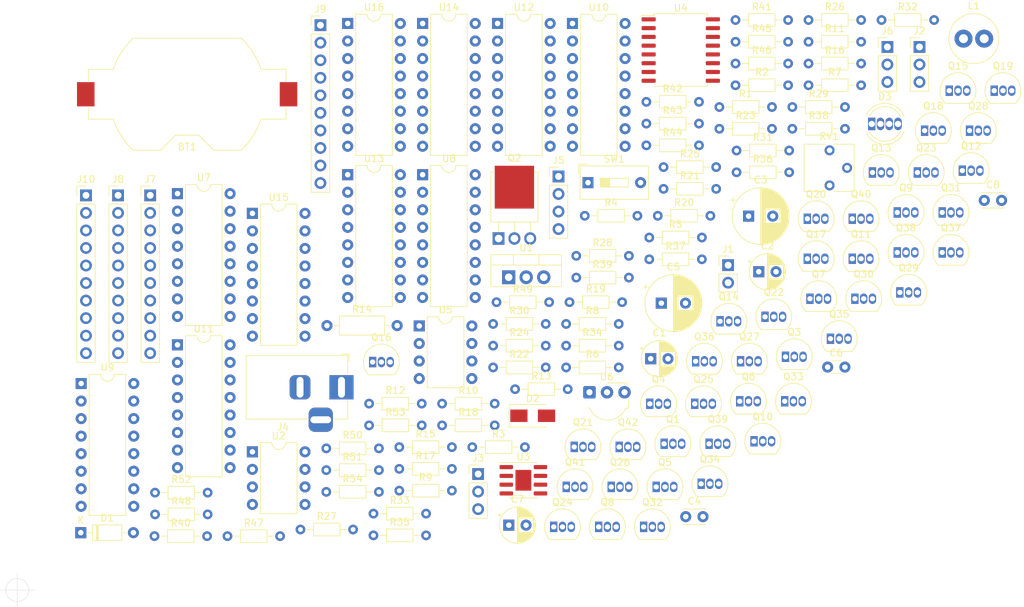
<source format=kicad_pcb>
(kicad_pcb (version 20171130) (host pcbnew 5.1.9+dfsg1-1+deb11u1)
  (layers (0 F.Cu signal) (31 B.Cu signal) (34 B.Paste user) (35 F.Paste user) (36 B.SilkS user) (37 F.SilkS user) (38 B.Mask user) (39 F.Mask user) (44 Edge.Cuts user))
  (net 0 "")
  (net 1 GND)
  (net 2 "Net-(BT1-Pad1)")
  (net 3 +5V)
  (net 4 +12V)
  (net 5 "Net-(C3-Pad1)")
  (net 6 "Net-(C6-Pad1)")
  (net 7 "Net-(C7-Pad1)")
  (net 8 "Net-(C8-Pad1)")
  (net 9 "Net-(D1-Pad2)")
  (net 10 CONSTANT_PIN)
  (net 11 BLUE_PIN)
  (net 12 GREEN_PIN)
  (net 13 "Net-(D3-Pad2)")
  (net 14 RED_PIN)
  (net 15 TIMER_PIN)
  (net 16 CLOCK_PIN)
  (net 17 DATA_PIN)
  (net 18 LATCH_PIN)
  (net 19 "Net-(J4-Pad1)")
  (net 20 BOOST_OUT)
  (net 21 IR_OUT)
  (net 22 I2C_SCL)
  (net 23 I2C_SDA)
  (net 24 NIXIE_0_P9)
  (net 25 NIXIE_0_P8)
  (net 26 NIXIE_0_P7)
  (net 27 NIXIE_0_P6)
  (net 28 NIXIE_0_P5)
  (net 29 NIXIE_0_P4)
  (net 30 NIXIE_0_P3)
  (net 31 NIXIE_0_P2)
  (net 32 NIXIE_0_P1)
  (net 33 NIXIE_0_P0)
  (net 34 NIXIE_1_P9)
  (net 35 NIXIE_1_P8)
  (net 36 NIXIE_1_P0)
  (net 37 NIXIE_1_P1)
  (net 38 NIXIE_1_P2)
  (net 39 NIXIE_1_P3)
  (net 40 NIXIE_1_P4)
  (net 41 NIXIE_1_P5)
  (net 42 NIXIE_1_P6)
  (net 43 NIXIE_1_P7)
  (net 44 NIXIE_2_P9)
  (net 45 NIXIE_2_P8)
  (net 46 NIXIE_2_P7)
  (net 47 NIXIE_2_P6)
  (net 48 NIXIE_2_P5)
  (net 49 NIXIE_2_P4)
  (net 50 NIXIE_2_P3)
  (net 51 NIXIE_2_P2)
  (net 52 NIXIE_2_P1)
  (net 53 NIXIE_2_P0)
  (net 54 NIXIE_3_P9)
  (net 55 NIXIE_3_P8)
  (net 56 NIXIE_3_P7)
  (net 57 NIXIE_3_P6)
  (net 58 NIXIE_3_P5)
  (net 59 NIXIE_3_P4)
  (net 60 NIXIE_3_P3)
  (net 61 NIXIE_3_P2)
  (net 62 NIXIE_3_P1)
  (net 63 NIXIE_3_P0)
  (net 64 SHDN_PIN)
  (net 65 "Net-(Q1-Pad2)")
  (net 66 "Net-(Q2-Pad3)")
  (net 67 "Net-(Q2-Pad2)")
  (net 68 "Net-(Q3-Pad2)")
  (net 69 "Net-(Q4-Pad2)")
  (net 70 "Net-(Q5-Pad2)")
  (net 71 "Net-(Q6-Pad2)")
  (net 72 "Net-(Q7-Pad2)")
  (net 73 "Net-(Q8-Pad2)")
  (net 74 "Net-(Q9-Pad2)")
  (net 75 "Net-(Q10-Pad2)")
  (net 76 "Net-(Q11-Pad2)")
  (net 77 "Net-(Q12-Pad2)")
  (net 78 "Net-(Q13-Pad2)")
  (net 79 "Net-(Q14-Pad2)")
  (net 80 "Net-(Q15-Pad2)")
  (net 81 "Net-(Q16-Pad2)")
  (net 82 "Net-(Q17-Pad2)")
  (net 83 "Net-(Q18-Pad2)")
  (net 84 "Net-(Q19-Pad2)")
  (net 85 "Net-(Q20-Pad2)")
  (net 86 "Net-(Q21-Pad2)")
  (net 87 "Net-(Q22-Pad2)")
  (net 88 "Net-(Q23-Pad2)")
  (net 89 "Net-(Q24-Pad2)")
  (net 90 "Net-(Q25-Pad2)")
  (net 91 "Net-(Q26-Pad2)")
  (net 92 "Net-(Q27-Pad2)")
  (net 93 "Net-(Q28-Pad2)")
  (net 94 "Net-(Q29-Pad2)")
  (net 95 "Net-(Q30-Pad2)")
  (net 96 "Net-(Q31-Pad2)")
  (net 97 "Net-(Q32-Pad2)")
  (net 98 "Net-(Q33-Pad2)")
  (net 99 "Net-(Q34-Pad2)")
  (net 100 "Net-(Q35-Pad2)")
  (net 101 "Net-(Q36-Pad2)")
  (net 102 "Net-(Q37-Pad2)")
  (net 103 "Net-(Q38-Pad2)")
  (net 104 "Net-(Q39-Pad2)")
  (net 105 "Net-(Q40-Pad2)")
  (net 106 "Net-(Q41-Pad2)")
  (net 107 "Net-(Q42-Pad2)")
  (net 108 "Net-(R12-Pad1)")
  (net 109 /138_0_P1)
  (net 110 /138_1_P1)
  (net 111 /138_0_P0)
  (net 112 /138_1_P0)
  (net 113 /138_0_P3)
  (net 114 /138_1_P3)
  (net 115 /138_0_P2)
  (net 116 /138_1_P2)
  (net 117 /138_0_P5)
  (net 118 /138_1_P5)
  (net 119 /138_0_P4)
  (net 120 /138_1_P4)
  (net 121 /138_0_P7)
  (net 122 /138_1_P7)
  (net 123 "Net-(R29-Pad1)")
  (net 124 "Net-(R30-Pad1)")
  (net 125 "Net-(R31-Pad1)")
  (net 126 "Net-(R32-Pad1)")
  (net 127 /138_0_P6)
  (net 128 /138_1_P6)
  (net 129 /138_2_P1)
  (net 130 /138_3_P1)
  (net 131 /138_2_P0)
  (net 132 /138_3_P0)
  (net 133 /138_2_P3)
  (net 134 /138_3_P3)
  (net 135 /138_2_P2)
  (net 136 /138_3_P2)
  (net 137 /138_2_P5)
  (net 138 /138_3_P5)
  (net 139 /138_2_P4)
  (net 140 /138_3_P4)
  (net 141 /138_2_P7)
  (net 142 /138_3_P7)
  (net 143 "Net-(R49-Pad1)")
  (net 144 "Net-(R50-Pad1)")
  (net 145 "Net-(R51-Pad1)")
  (net 146 "Net-(R52-Pad1)")
  (net 147 /138_2_P6)
  (net 148 /138_3_P6)
  (net 149 /595_0_P3)
  (net 150 /595_0_P2)
  (net 151 /595_0_P1)
  (net 152 /595_0_P0)
  (net 153 /595_0_P7)
  (net 154 /595_0_P6)
  (net 155 /595_0_P5)
  (net 156 /595_0_P4)
  (net 157 CASCADE_PIN)
  (net 158 /595_1_P3)
  (net 159 /595_1_P2)
  (net 160 /595_1_P1)
  (net 161 /595_1_P0)
  (net 162 /595_1_P7)
  (net 163 /595_1_P6)
  (net 164 /595_1_P5)
  (net 165 /595_1_P4)
  (module Package_DIP:DIP-16_W7.62mm (layer F.Cu) (at 180.65 101.45103)
    (fp_text reference U16 (at 3.81 -2.33) (layer F.SilkS))
    (fp_text value 74LS138)
    (pad 16 thru_hole oval (at 7.62 0) (size 1.6 1.6) (drill 0.8) (layers *.Cu *.Mask) (net 3 +5V))
    (pad 8 thru_hole oval (at 0 17.78) (size 1.6 1.6) (drill 0.8) (layers *.Cu *.Mask) (net 1 GND))
    (pad 15 thru_hole oval (at 7.62 2.54) (size 1.6 1.6) (drill 0.8) (layers *.Cu *.Mask) (net 146 "Net-(R52-Pad1)"))
    (pad 7 thru_hole oval (at 0 15.24) (size 1.6 1.6) (drill 0.8) (layers *.Cu *.Mask))
    (pad 14 thru_hole oval (at 7.62 5.08) (size 1.6 1.6) (drill 0.8) (layers *.Cu *.Mask) (net 145 "Net-(R51-Pad1)"))
    (pad 6 thru_hole oval (at 0 12.7) (size 1.6 1.6) (drill 0.8) (layers *.Cu *.Mask) (net 162 /595_1_P7))
    (pad 13 thru_hole oval (at 7.62 7.62) (size 1.6 1.6) (drill 0.8) (layers *.Cu *.Mask))
    (pad 5 thru_hole oval (at 0 10.16) (size 1.6 1.6) (drill 0.8) (layers *.Cu *.Mask) (net 1 GND))
    (pad 12 thru_hole oval (at 7.62 10.16) (size 1.6 1.6) (drill 0.8) (layers *.Cu *.Mask))
    (pad 4 thru_hole oval (at 0 7.62) (size 1.6 1.6) (drill 0.8) (layers *.Cu *.Mask) (net 1 GND))
    (pad 11 thru_hole oval (at 7.62 12.7) (size 1.6 1.6) (drill 0.8) (layers *.Cu *.Mask))
    (pad 3 thru_hole oval (at 0 5.08) (size 1.6 1.6) (drill 0.8) (layers *.Cu *.Mask) (net 163 /595_1_P6))
    (pad 10 thru_hole oval (at 7.62 15.24) (size 1.6 1.6) (drill 0.8) (layers *.Cu *.Mask))
    (pad 2 thru_hole oval (at 0 2.54) (size 1.6 1.6) (drill 0.8) (layers *.Cu *.Mask) (net 164 /595_1_P5))
    (pad 9 thru_hole oval (at 7.62 17.78) (size 1.6 1.6) (drill 0.8) (layers *.Cu *.Mask))
    (pad 1 thru_hole rect (at 0 0) (size 1.6 1.6) (drill 0.8) (layers *.Cu *.Mask) (net 165 /595_1_P4))
  )
  (module Package_DIP:DIP-16_W7.62mm (layer F.Cu) (at 166.85 128.95103)
    (fp_text reference U15 (at 3.81 -2.33) (layer F.SilkS))
    (fp_text value 74LS138)
    (pad 16 thru_hole oval (at 7.62 0) (size 1.6 1.6) (drill 0.8) (layers *.Cu *.Mask) (net 3 +5V))
    (pad 8 thru_hole oval (at 0 17.78) (size 1.6 1.6) (drill 0.8) (layers *.Cu *.Mask) (net 1 GND))
    (pad 15 thru_hole oval (at 7.62 2.54) (size 1.6 1.6) (drill 0.8) (layers *.Cu *.Mask) (net 144 "Net-(R50-Pad1)"))
    (pad 7 thru_hole oval (at 0 15.24) (size 1.6 1.6) (drill 0.8) (layers *.Cu *.Mask))
    (pad 14 thru_hole oval (at 7.62 5.08) (size 1.6 1.6) (drill 0.8) (layers *.Cu *.Mask) (net 143 "Net-(R49-Pad1)"))
    (pad 6 thru_hole oval (at 0 12.7) (size 1.6 1.6) (drill 0.8) (layers *.Cu *.Mask) (net 158 /595_1_P3))
    (pad 13 thru_hole oval (at 7.62 7.62) (size 1.6 1.6) (drill 0.8) (layers *.Cu *.Mask))
    (pad 5 thru_hole oval (at 0 10.16) (size 1.6 1.6) (drill 0.8) (layers *.Cu *.Mask) (net 1 GND))
    (pad 12 thru_hole oval (at 7.62 10.16) (size 1.6 1.6) (drill 0.8) (layers *.Cu *.Mask))
    (pad 4 thru_hole oval (at 0 7.62) (size 1.6 1.6) (drill 0.8) (layers *.Cu *.Mask) (net 1 GND))
    (pad 11 thru_hole oval (at 7.62 12.7) (size 1.6 1.6) (drill 0.8) (layers *.Cu *.Mask))
    (pad 3 thru_hole oval (at 0 5.08) (size 1.6 1.6) (drill 0.8) (layers *.Cu *.Mask) (net 159 /595_1_P2))
    (pad 10 thru_hole oval (at 7.62 15.24) (size 1.6 1.6) (drill 0.8) (layers *.Cu *.Mask))
    (pad 2 thru_hole oval (at 0 2.54) (size 1.6 1.6) (drill 0.8) (layers *.Cu *.Mask) (net 160 /595_1_P1))
    (pad 9 thru_hole oval (at 7.62 17.78) (size 1.6 1.6) (drill 0.8) (layers *.Cu *.Mask))
    (pad 1 thru_hole rect (at 0 0) (size 1.6 1.6) (drill 0.8) (layers *.Cu *.Mask) (net 161 /595_1_P0))
  )
  (module Package_DIP:DIP-16_W7.62mm (layer F.Cu) (at 191.5 101.45103)
    (fp_text reference U14 (at 3.81 -2.33) (layer F.SilkS))
    (fp_text value 74HC595)
    (pad 16 thru_hole oval (at 7.62 0) (size 1.6 1.6) (drill 0.8) (layers *.Cu *.Mask) (net 3 +5V))
    (pad 8 thru_hole oval (at 0 17.78) (size 1.6 1.6) (drill 0.8) (layers *.Cu *.Mask) (net 1 GND))
    (pad 15 thru_hole oval (at 7.62 2.54) (size 1.6 1.6) (drill 0.8) (layers *.Cu *.Mask) (net 161 /595_1_P0))
    (pad 7 thru_hole oval (at 0 15.24) (size 1.6 1.6) (drill 0.8) (layers *.Cu *.Mask) (net 162 /595_1_P7))
    (pad 14 thru_hole oval (at 7.62 5.08) (size 1.6 1.6) (drill 0.8) (layers *.Cu *.Mask) (net 157 CASCADE_PIN))
    (pad 6 thru_hole oval (at 0 12.7) (size 1.6 1.6) (drill 0.8) (layers *.Cu *.Mask) (net 163 /595_1_P6))
    (pad 13 thru_hole oval (at 7.62 7.62) (size 1.6 1.6) (drill 0.8) (layers *.Cu *.Mask) (net 1 GND))
    (pad 5 thru_hole oval (at 0 10.16) (size 1.6 1.6) (drill 0.8) (layers *.Cu *.Mask) (net 164 /595_1_P5))
    (pad 12 thru_hole oval (at 7.62 10.16) (size 1.6 1.6) (drill 0.8) (layers *.Cu *.Mask) (net 18 LATCH_PIN))
    (pad 4 thru_hole oval (at 0 7.62) (size 1.6 1.6) (drill 0.8) (layers *.Cu *.Mask) (net 165 /595_1_P4))
    (pad 11 thru_hole oval (at 7.62 12.7) (size 1.6 1.6) (drill 0.8) (layers *.Cu *.Mask) (net 16 CLOCK_PIN))
    (pad 3 thru_hole oval (at 0 5.08) (size 1.6 1.6) (drill 0.8) (layers *.Cu *.Mask) (net 158 /595_1_P3))
    (pad 10 thru_hole oval (at 7.62 15.24) (size 1.6 1.6) (drill 0.8) (layers *.Cu *.Mask) (net 3 +5V))
    (pad 2 thru_hole oval (at 0 2.54) (size 1.6 1.6) (drill 0.8) (layers *.Cu *.Mask) (net 159 /595_1_P2))
    (pad 9 thru_hole oval (at 7.62 17.78) (size 1.6 1.6) (drill 0.8) (layers *.Cu *.Mask))
    (pad 1 thru_hole rect (at 0 0) (size 1.6 1.6) (drill 0.8) (layers *.Cu *.Mask) (net 160 /595_1_P1))
  )
  (module Package_DIP:DIP-16_W7.62mm (layer F.Cu) (at 180.65 123.35103)
    (fp_text reference U13 (at 3.81 -2.33) (layer F.SilkS))
    (fp_text value 74LS138)
    (pad 16 thru_hole oval (at 7.62 0) (size 1.6 1.6) (drill 0.8) (layers *.Cu *.Mask) (net 3 +5V))
    (pad 8 thru_hole oval (at 0 17.78) (size 1.6 1.6) (drill 0.8) (layers *.Cu *.Mask) (net 1 GND))
    (pad 15 thru_hole oval (at 7.62 2.54) (size 1.6 1.6) (drill 0.8) (layers *.Cu *.Mask) (net 132 /138_3_P0))
    (pad 7 thru_hole oval (at 0 15.24) (size 1.6 1.6) (drill 0.8) (layers *.Cu *.Mask) (net 142 /138_3_P7))
    (pad 14 thru_hole oval (at 7.62 5.08) (size 1.6 1.6) (drill 0.8) (layers *.Cu *.Mask) (net 130 /138_3_P1))
    (pad 6 thru_hole oval (at 0 12.7) (size 1.6 1.6) (drill 0.8) (layers *.Cu *.Mask) (net 3 +5V))
    (pad 13 thru_hole oval (at 7.62 7.62) (size 1.6 1.6) (drill 0.8) (layers *.Cu *.Mask) (net 136 /138_3_P2))
    (pad 5 thru_hole oval (at 0 10.16) (size 1.6 1.6) (drill 0.8) (layers *.Cu *.Mask) (net 162 /595_1_P7))
    (pad 12 thru_hole oval (at 7.62 10.16) (size 1.6 1.6) (drill 0.8) (layers *.Cu *.Mask) (net 134 /138_3_P3))
    (pad 4 thru_hole oval (at 0 7.62) (size 1.6 1.6) (drill 0.8) (layers *.Cu *.Mask) (net 162 /595_1_P7))
    (pad 11 thru_hole oval (at 7.62 12.7) (size 1.6 1.6) (drill 0.8) (layers *.Cu *.Mask) (net 140 /138_3_P4))
    (pad 3 thru_hole oval (at 0 5.08) (size 1.6 1.6) (drill 0.8) (layers *.Cu *.Mask) (net 163 /595_1_P6))
    (pad 10 thru_hole oval (at 7.62 15.24) (size 1.6 1.6) (drill 0.8) (layers *.Cu *.Mask) (net 138 /138_3_P5))
    (pad 2 thru_hole oval (at 0 2.54) (size 1.6 1.6) (drill 0.8) (layers *.Cu *.Mask) (net 164 /595_1_P5))
    (pad 9 thru_hole oval (at 7.62 17.78) (size 1.6 1.6) (drill 0.8) (layers *.Cu *.Mask) (net 148 /138_3_P6))
    (pad 1 thru_hole rect (at 0 0) (size 1.6 1.6) (drill 0.8) (layers *.Cu *.Mask) (net 165 /595_1_P4))
  )
  (module Package_DIP:DIP-16_W7.62mm (layer F.Cu) (at 202.35 101.45103)
    (fp_text reference U12 (at 3.81 -2.33) (layer F.SilkS))
    (fp_text value 74LS138)
    (pad 16 thru_hole oval (at 7.62 0) (size 1.6 1.6) (drill 0.8) (layers *.Cu *.Mask) (net 3 +5V))
    (pad 8 thru_hole oval (at 0 17.78) (size 1.6 1.6) (drill 0.8) (layers *.Cu *.Mask) (net 1 GND))
    (pad 15 thru_hole oval (at 7.62 2.54) (size 1.6 1.6) (drill 0.8) (layers *.Cu *.Mask) (net 131 /138_2_P0))
    (pad 7 thru_hole oval (at 0 15.24) (size 1.6 1.6) (drill 0.8) (layers *.Cu *.Mask) (net 141 /138_2_P7))
    (pad 14 thru_hole oval (at 7.62 5.08) (size 1.6 1.6) (drill 0.8) (layers *.Cu *.Mask) (net 129 /138_2_P1))
    (pad 6 thru_hole oval (at 0 12.7) (size 1.6 1.6) (drill 0.8) (layers *.Cu *.Mask) (net 3 +5V))
    (pad 13 thru_hole oval (at 7.62 7.62) (size 1.6 1.6) (drill 0.8) (layers *.Cu *.Mask) (net 135 /138_2_P2))
    (pad 5 thru_hole oval (at 0 10.16) (size 1.6 1.6) (drill 0.8) (layers *.Cu *.Mask) (net 158 /595_1_P3))
    (pad 12 thru_hole oval (at 7.62 10.16) (size 1.6 1.6) (drill 0.8) (layers *.Cu *.Mask) (net 133 /138_2_P3))
    (pad 4 thru_hole oval (at 0 7.62) (size 1.6 1.6) (drill 0.8) (layers *.Cu *.Mask) (net 158 /595_1_P3))
    (pad 11 thru_hole oval (at 7.62 12.7) (size 1.6 1.6) (drill 0.8) (layers *.Cu *.Mask) (net 139 /138_2_P4))
    (pad 3 thru_hole oval (at 0 5.08) (size 1.6 1.6) (drill 0.8) (layers *.Cu *.Mask) (net 159 /595_1_P2))
    (pad 10 thru_hole oval (at 7.62 15.24) (size 1.6 1.6) (drill 0.8) (layers *.Cu *.Mask) (net 137 /138_2_P5))
    (pad 2 thru_hole oval (at 0 2.54) (size 1.6 1.6) (drill 0.8) (layers *.Cu *.Mask) (net 160 /595_1_P1))
    (pad 9 thru_hole oval (at 7.62 17.78) (size 1.6 1.6) (drill 0.8) (layers *.Cu *.Mask) (net 147 /138_2_P6))
    (pad 1 thru_hole rect (at 0 0) (size 1.6 1.6) (drill 0.8) (layers *.Cu *.Mask) (net 161 /595_1_P0))
  )
  (module Package_DIP:DIP-16_W7.62mm (layer F.Cu) (at 156 147.99103)
    (fp_text reference U11 (at 3.81 -2.33) (layer F.SilkS))
    (fp_text value 74LS138)
    (pad 16 thru_hole oval (at 7.62 0) (size 1.6 1.6) (drill 0.8) (layers *.Cu *.Mask) (net 3 +5V))
    (pad 8 thru_hole oval (at 0 17.78) (size 1.6 1.6) (drill 0.8) (layers *.Cu *.Mask) (net 1 GND))
    (pad 15 thru_hole oval (at 7.62 2.54) (size 1.6 1.6) (drill 0.8) (layers *.Cu *.Mask) (net 126 "Net-(R32-Pad1)"))
    (pad 7 thru_hole oval (at 0 15.24) (size 1.6 1.6) (drill 0.8) (layers *.Cu *.Mask))
    (pad 14 thru_hole oval (at 7.62 5.08) (size 1.6 1.6) (drill 0.8) (layers *.Cu *.Mask) (net 125 "Net-(R31-Pad1)"))
    (pad 6 thru_hole oval (at 0 12.7) (size 1.6 1.6) (drill 0.8) (layers *.Cu *.Mask) (net 153 /595_0_P7))
    (pad 13 thru_hole oval (at 7.62 7.62) (size 1.6 1.6) (drill 0.8) (layers *.Cu *.Mask))
    (pad 5 thru_hole oval (at 0 10.16) (size 1.6 1.6) (drill 0.8) (layers *.Cu *.Mask) (net 1 GND))
    (pad 12 thru_hole oval (at 7.62 10.16) (size 1.6 1.6) (drill 0.8) (layers *.Cu *.Mask))
    (pad 4 thru_hole oval (at 0 7.62) (size 1.6 1.6) (drill 0.8) (layers *.Cu *.Mask) (net 1 GND))
    (pad 11 thru_hole oval (at 7.62 12.7) (size 1.6 1.6) (drill 0.8) (layers *.Cu *.Mask))
    (pad 3 thru_hole oval (at 0 5.08) (size 1.6 1.6) (drill 0.8) (layers *.Cu *.Mask) (net 154 /595_0_P6))
    (pad 10 thru_hole oval (at 7.62 15.24) (size 1.6 1.6) (drill 0.8) (layers *.Cu *.Mask))
    (pad 2 thru_hole oval (at 0 2.54) (size 1.6 1.6) (drill 0.8) (layers *.Cu *.Mask) (net 155 /595_0_P5))
    (pad 9 thru_hole oval (at 7.62 17.78) (size 1.6 1.6) (drill 0.8) (layers *.Cu *.Mask))
    (pad 1 thru_hole rect (at 0 0) (size 1.6 1.6) (drill 0.8) (layers *.Cu *.Mask) (net 156 /595_0_P4))
  )
  (module Package_DIP:DIP-16_W7.62mm (layer F.Cu) (at 213.2 101.45103)
    (fp_text reference U10 (at 3.81 -2.33) (layer F.SilkS))
    (fp_text value 74LS138)
    (pad 16 thru_hole oval (at 7.62 0) (size 1.6 1.6) (drill 0.8) (layers *.Cu *.Mask) (net 3 +5V))
    (pad 8 thru_hole oval (at 0 17.78) (size 1.6 1.6) (drill 0.8) (layers *.Cu *.Mask) (net 1 GND))
    (pad 15 thru_hole oval (at 7.62 2.54) (size 1.6 1.6) (drill 0.8) (layers *.Cu *.Mask) (net 124 "Net-(R30-Pad1)"))
    (pad 7 thru_hole oval (at 0 15.24) (size 1.6 1.6) (drill 0.8) (layers *.Cu *.Mask))
    (pad 14 thru_hole oval (at 7.62 5.08) (size 1.6 1.6) (drill 0.8) (layers *.Cu *.Mask) (net 123 "Net-(R29-Pad1)"))
    (pad 6 thru_hole oval (at 0 12.7) (size 1.6 1.6) (drill 0.8) (layers *.Cu *.Mask) (net 149 /595_0_P3))
    (pad 13 thru_hole oval (at 7.62 7.62) (size 1.6 1.6) (drill 0.8) (layers *.Cu *.Mask))
    (pad 5 thru_hole oval (at 0 10.16) (size 1.6 1.6) (drill 0.8) (layers *.Cu *.Mask) (net 1 GND))
    (pad 12 thru_hole oval (at 7.62 10.16) (size 1.6 1.6) (drill 0.8) (layers *.Cu *.Mask))
    (pad 4 thru_hole oval (at 0 7.62) (size 1.6 1.6) (drill 0.8) (layers *.Cu *.Mask) (net 1 GND))
    (pad 11 thru_hole oval (at 7.62 12.7) (size 1.6 1.6) (drill 0.8) (layers *.Cu *.Mask))
    (pad 3 thru_hole oval (at 0 5.08) (size 1.6 1.6) (drill 0.8) (layers *.Cu *.Mask) (net 150 /595_0_P2))
    (pad 10 thru_hole oval (at 7.62 15.24) (size 1.6 1.6) (drill 0.8) (layers *.Cu *.Mask))
    (pad 2 thru_hole oval (at 0 2.54) (size 1.6 1.6) (drill 0.8) (layers *.Cu *.Mask) (net 151 /595_0_P1))
    (pad 9 thru_hole oval (at 7.62 17.78) (size 1.6 1.6) (drill 0.8) (layers *.Cu *.Mask))
    (pad 1 thru_hole rect (at 0 0) (size 1.6 1.6) (drill 0.8) (layers *.Cu *.Mask) (net 152 /595_0_P0))
  )
  (module Package_DIP:DIP-16_W7.62mm (layer F.Cu) (at 142.05 153.59103)
    (fp_text reference U9 (at 3.81 -2.33) (layer F.SilkS))
    (fp_text value 74HC595)
    (pad 16 thru_hole oval (at 7.62 0) (size 1.6 1.6) (drill 0.8) (layers *.Cu *.Mask) (net 3 +5V))
    (pad 8 thru_hole oval (at 0 17.78) (size 1.6 1.6) (drill 0.8) (layers *.Cu *.Mask) (net 1 GND))
    (pad 15 thru_hole oval (at 7.62 2.54) (size 1.6 1.6) (drill 0.8) (layers *.Cu *.Mask) (net 152 /595_0_P0))
    (pad 7 thru_hole oval (at 0 15.24) (size 1.6 1.6) (drill 0.8) (layers *.Cu *.Mask) (net 153 /595_0_P7))
    (pad 14 thru_hole oval (at 7.62 5.08) (size 1.6 1.6) (drill 0.8) (layers *.Cu *.Mask) (net 17 DATA_PIN))
    (pad 6 thru_hole oval (at 0 12.7) (size 1.6 1.6) (drill 0.8) (layers *.Cu *.Mask) (net 154 /595_0_P6))
    (pad 13 thru_hole oval (at 7.62 7.62) (size 1.6 1.6) (drill 0.8) (layers *.Cu *.Mask) (net 1 GND))
    (pad 5 thru_hole oval (at 0 10.16) (size 1.6 1.6) (drill 0.8) (layers *.Cu *.Mask) (net 155 /595_0_P5))
    (pad 12 thru_hole oval (at 7.62 10.16) (size 1.6 1.6) (drill 0.8) (layers *.Cu *.Mask) (net 18 LATCH_PIN))
    (pad 4 thru_hole oval (at 0 7.62) (size 1.6 1.6) (drill 0.8) (layers *.Cu *.Mask) (net 156 /595_0_P4))
    (pad 11 thru_hole oval (at 7.62 12.7) (size 1.6 1.6) (drill 0.8) (layers *.Cu *.Mask) (net 16 CLOCK_PIN))
    (pad 3 thru_hole oval (at 0 5.08) (size 1.6 1.6) (drill 0.8) (layers *.Cu *.Mask) (net 149 /595_0_P3))
    (pad 10 thru_hole oval (at 7.62 15.24) (size 1.6 1.6) (drill 0.8) (layers *.Cu *.Mask) (net 3 +5V))
    (pad 2 thru_hole oval (at 0 2.54) (size 1.6 1.6) (drill 0.8) (layers *.Cu *.Mask) (net 150 /595_0_P2))
    (pad 9 thru_hole oval (at 7.62 17.78) (size 1.6 1.6) (drill 0.8) (layers *.Cu *.Mask) (net 157 CASCADE_PIN))
    (pad 1 thru_hole rect (at 0 0) (size 1.6 1.6) (drill 0.8) (layers *.Cu *.Mask) (net 151 /595_0_P1))
  )
  (module Package_DIP:DIP-16_W7.62mm (layer F.Cu) (at 191.5 123.35103)
    (fp_text reference U8 (at 3.81 -2.33) (layer F.SilkS))
    (fp_text value 74LS138)
    (pad 16 thru_hole oval (at 7.62 0) (size 1.6 1.6) (drill 0.8) (layers *.Cu *.Mask) (net 3 +5V))
    (pad 8 thru_hole oval (at 0 17.78) (size 1.6 1.6) (drill 0.8) (layers *.Cu *.Mask) (net 1 GND))
    (pad 15 thru_hole oval (at 7.62 2.54) (size 1.6 1.6) (drill 0.8) (layers *.Cu *.Mask) (net 112 /138_1_P0))
    (pad 7 thru_hole oval (at 0 15.24) (size 1.6 1.6) (drill 0.8) (layers *.Cu *.Mask) (net 122 /138_1_P7))
    (pad 14 thru_hole oval (at 7.62 5.08) (size 1.6 1.6) (drill 0.8) (layers *.Cu *.Mask) (net 110 /138_1_P1))
    (pad 6 thru_hole oval (at 0 12.7) (size 1.6 1.6) (drill 0.8) (layers *.Cu *.Mask) (net 3 +5V))
    (pad 13 thru_hole oval (at 7.62 7.62) (size 1.6 1.6) (drill 0.8) (layers *.Cu *.Mask) (net 116 /138_1_P2))
    (pad 5 thru_hole oval (at 0 10.16) (size 1.6 1.6) (drill 0.8) (layers *.Cu *.Mask) (net 153 /595_0_P7))
    (pad 12 thru_hole oval (at 7.62 10.16) (size 1.6 1.6) (drill 0.8) (layers *.Cu *.Mask) (net 114 /138_1_P3))
    (pad 4 thru_hole oval (at 0 7.62) (size 1.6 1.6) (drill 0.8) (layers *.Cu *.Mask) (net 153 /595_0_P7))
    (pad 11 thru_hole oval (at 7.62 12.7) (size 1.6 1.6) (drill 0.8) (layers *.Cu *.Mask) (net 120 /138_1_P4))
    (pad 3 thru_hole oval (at 0 5.08) (size 1.6 1.6) (drill 0.8) (layers *.Cu *.Mask) (net 154 /595_0_P6))
    (pad 10 thru_hole oval (at 7.62 15.24) (size 1.6 1.6) (drill 0.8) (layers *.Cu *.Mask) (net 118 /138_1_P5))
    (pad 2 thru_hole oval (at 0 2.54) (size 1.6 1.6) (drill 0.8) (layers *.Cu *.Mask) (net 155 /595_0_P5))
    (pad 9 thru_hole oval (at 7.62 17.78) (size 1.6 1.6) (drill 0.8) (layers *.Cu *.Mask) (net 128 /138_1_P6))
    (pad 1 thru_hole rect (at 0 0) (size 1.6 1.6) (drill 0.8) (layers *.Cu *.Mask) (net 156 /595_0_P4))
  )
  (module Package_DIP:DIP-16_W7.62mm (layer F.Cu) (at 156 126.09103)
    (fp_text reference U7 (at 3.81 -2.33) (layer F.SilkS))
    (fp_text value 74LS138)
    (pad 16 thru_hole oval (at 7.62 0) (size 1.6 1.6) (drill 0.8) (layers *.Cu *.Mask) (net 3 +5V))
    (pad 8 thru_hole oval (at 0 17.78) (size 1.6 1.6) (drill 0.8) (layers *.Cu *.Mask) (net 1 GND))
    (pad 15 thru_hole oval (at 7.62 2.54) (size 1.6 1.6) (drill 0.8) (layers *.Cu *.Mask) (net 111 /138_0_P0))
    (pad 7 thru_hole oval (at 0 15.24) (size 1.6 1.6) (drill 0.8) (layers *.Cu *.Mask) (net 121 /138_0_P7))
    (pad 14 thru_hole oval (at 7.62 5.08) (size 1.6 1.6) (drill 0.8) (layers *.Cu *.Mask) (net 109 /138_0_P1))
    (pad 6 thru_hole oval (at 0 12.7) (size 1.6 1.6) (drill 0.8) (layers *.Cu *.Mask) (net 3 +5V))
    (pad 13 thru_hole oval (at 7.62 7.62) (size 1.6 1.6) (drill 0.8) (layers *.Cu *.Mask) (net 115 /138_0_P2))
    (pad 5 thru_hole oval (at 0 10.16) (size 1.6 1.6) (drill 0.8) (layers *.Cu *.Mask) (net 149 /595_0_P3))
    (pad 12 thru_hole oval (at 7.62 10.16) (size 1.6 1.6) (drill 0.8) (layers *.Cu *.Mask) (net 113 /138_0_P3))
    (pad 4 thru_hole oval (at 0 7.62) (size 1.6 1.6) (drill 0.8) (layers *.Cu *.Mask) (net 149 /595_0_P3))
    (pad 11 thru_hole oval (at 7.62 12.7) (size 1.6 1.6) (drill 0.8) (layers *.Cu *.Mask) (net 119 /138_0_P4))
    (pad 3 thru_hole oval (at 0 5.08) (size 1.6 1.6) (drill 0.8) (layers *.Cu *.Mask) (net 150 /595_0_P2))
    (pad 10 thru_hole oval (at 7.62 15.24) (size 1.6 1.6) (drill 0.8) (layers *.Cu *.Mask) (net 117 /138_0_P5))
    (pad 2 thru_hole oval (at 0 2.54) (size 1.6 1.6) (drill 0.8) (layers *.Cu *.Mask) (net 151 /595_0_P1))
    (pad 9 thru_hole oval (at 7.62 17.78) (size 1.6 1.6) (drill 0.8) (layers *.Cu *.Mask) (net 127 /138_0_P6))
    (pad 1 thru_hole rect (at 0 0) (size 1.6 1.6) (drill 0.8) (layers *.Cu *.Mask) (net 152 /595_0_P0))
  )
  (module OptoDevice:Vishay_MOLD-3Pin (layer F.Cu) (at 215.66 154.86103)
    (fp_text reference U6 (at 2.5 -2.25 180) (layer F.SilkS))
    (fp_text value TSDP341xx)
    (pad 3 thru_hole circle (at 5.08 0) (size 1.8 1.8) (drill 0.9) (layers *.Cu *.Mask) (net 3 +5V))
    (pad 2 thru_hole circle (at 2.54 0) (size 1.8 1.8) (drill 0.9) (layers *.Cu *.Mask) (net 1 GND))
    (pad 1 thru_hole roundrect (at 0 0) (size 1.8 1.8) (drill 0.9) (layers *.Cu *.Mask) (roundrect_rratio 0.138) (net 21 IR_OUT))
  )
  (module Package_DIP:DIP-8_W7.62mm (layer F.Cu) (at 191.01 145.25103)
    (fp_text reference U5 (at 3.81 -2.33) (layer F.SilkS))
    (fp_text value 24LC16)
    (pad 8 thru_hole oval (at 7.62 0) (size 1.6 1.6) (drill 0.8) (layers *.Cu *.Mask) (net 3 +5V))
    (pad 4 thru_hole oval (at 0 7.62) (size 1.6 1.6) (drill 0.8) (layers *.Cu *.Mask) (net 1 GND))
    (pad 7 thru_hole oval (at 7.62 2.54) (size 1.6 1.6) (drill 0.8) (layers *.Cu *.Mask) (net 1 GND))
    (pad 3 thru_hole oval (at 0 5.08) (size 1.6 1.6) (drill 0.8) (layers *.Cu *.Mask) (net 1 GND))
    (pad 6 thru_hole oval (at 7.62 5.08) (size 1.6 1.6) (drill 0.8) (layers *.Cu *.Mask) (net 22 I2C_SCL))
    (pad 2 thru_hole oval (at 0 2.54) (size 1.6 1.6) (drill 0.8) (layers *.Cu *.Mask) (net 1 GND))
    (pad 5 thru_hole oval (at 7.62 7.62) (size 1.6 1.6) (drill 0.8) (layers *.Cu *.Mask) (net 23 I2C_SDA))
    (pad 1 thru_hole rect (at 0 0) (size 1.6 1.6) (drill 0.8) (layers *.Cu *.Mask) (net 1 GND))
  )
  (module Package_SO:SOIC-16W_7.5x10.3mm_P1.27mm (layer F.Cu) (at 228.88 105.30103)
    (fp_text reference U4 (at 0 -6.1) (layer F.SilkS))
    (fp_text value DS3231M)
    (pad 16 smd roundrect (at 4.65 -4.445) (size 2.05 0.6) (layers F.Cu F.Paste F.Mask) (net 22 I2C_SCL))
    (pad 15 smd roundrect (at 4.65 -3.175) (size 2.05 0.6) (layers F.Cu F.Paste F.Mask) (net 23 I2C_SDA))
    (pad 14 smd roundrect (at 4.65 -1.905) (size 2.05 0.6) (layers F.Cu F.Paste F.Mask) (net 2 "Net-(BT1-Pad1)"))
    (pad 13 smd roundrect (at 4.65 -0.635) (size 2.05 0.6) (layers F.Cu F.Paste F.Mask) (net 1 GND))
    (pad 12 smd roundrect (at 4.65 0.635) (size 2.05 0.6) (layers F.Cu F.Paste F.Mask) (net 1 GND))
    (pad 11 smd roundrect (at 4.65 1.905) (size 2.05 0.6) (layers F.Cu F.Paste F.Mask) (net 1 GND))
    (pad 10 smd roundrect (at 4.65 3.175) (size 2.05 0.6) (layers F.Cu F.Paste F.Mask) (net 1 GND))
    (pad 9 smd roundrect (at 4.65 4.445) (size 2.05 0.6) (layers F.Cu F.Paste F.Mask) (net 1 GND))
    (pad 8 smd roundrect (at -4.65 4.445) (size 2.05 0.6) (layers F.Cu F.Paste F.Mask) (net 1 GND))
    (pad 7 smd roundrect (at -4.65 3.175) (size 2.05 0.6) (layers F.Cu F.Paste F.Mask) (net 1 GND))
    (pad 6 smd roundrect (at -4.65 1.905) (size 2.05 0.6) (layers F.Cu F.Paste F.Mask) (net 1 GND))
    (pad 5 smd roundrect (at -4.65 0.635) (size 2.05 0.6) (layers F.Cu F.Paste F.Mask) (net 1 GND))
    (pad 4 smd roundrect (at -4.65 -0.635) (size 2.05 0.6) (layers F.Cu F.Paste F.Mask))
    (pad 3 smd roundrect (at -4.65 -1.905) (size 2.05 0.6) (layers F.Cu F.Paste F.Mask))
    (pad 2 smd roundrect (at -4.65 -3.175) (size 2.05 0.6) (layers F.Cu F.Paste F.Mask) (net 3 +5V))
    (pad 1 smd roundrect (at -4.65 -4.445) (size 2.05 0.6) (layers F.Cu F.Paste F.Mask))
  )
  (module Package_SO:SOIC-8-1EP_3.9x4.9mm_P1.27mm_EP2.29x3mm (layer F.Cu) (at 206.09 167.60103)
    (fp_text reference U3 (at 0 -3.4) (layer F.SilkS))
    (fp_text value MAX1771CSA)
    (pad 9 smd rect (at 0 0) (size 2.29 3) (layers F.Cu F.Mask))
    (pad 8 smd roundrect (at 2.475 -1.905) (size 1.95 0.6) (layers F.Cu F.Paste F.Mask) (net 66 "Net-(Q2-Pad3)"))
    (pad 7 smd roundrect (at 2.475 -0.635) (size 1.95 0.6) (layers F.Cu F.Paste F.Mask) (net 1 GND))
    (pad 6 smd roundrect (at 2.475 0.635) (size 1.95 0.6) (layers F.Cu F.Paste F.Mask) (net 1 GND))
    (pad 5 smd roundrect (at 2.475 1.905) (size 1.95 0.6) (layers F.Cu F.Paste F.Mask) (net 8 "Net-(C8-Pad1)"))
    (pad 4 smd roundrect (at -2.475 1.905) (size 1.95 0.6) (layers F.Cu F.Paste F.Mask) (net 64 SHDN_PIN))
    (pad 3 smd roundrect (at -2.475 0.635) (size 1.95 0.6) (layers F.Cu F.Paste F.Mask) (net 108 "Net-(R12-Pad1)"))
    (pad 2 smd roundrect (at -2.475 -0.635) (size 1.95 0.6) (layers F.Cu F.Paste F.Mask) (net 4 +12V))
    (pad 1 smd roundrect (at -2.475 -1.905) (size 1.95 0.6) (layers F.Cu F.Paste F.Mask) (net 67 "Net-(Q2-Pad2)"))
  )
  (module Package_DIP:DIP-8_W7.62mm (layer F.Cu) (at 166.85 163.48103)
    (fp_text reference U2 (at 3.81 -2.33) (layer F.SilkS))
    (fp_text value NE555P)
    (pad 8 thru_hole oval (at 7.62 0) (size 1.6 1.6) (drill 0.8) (layers *.Cu *.Mask) (net 3 +5V))
    (pad 4 thru_hole oval (at 0 7.62) (size 1.6 1.6) (drill 0.8) (layers *.Cu *.Mask) (net 3 +5V))
    (pad 7 thru_hole oval (at 7.62 2.54) (size 1.6 1.6) (drill 0.8) (layers *.Cu *.Mask) (net 5 "Net-(C3-Pad1)"))
    (pad 3 thru_hole oval (at 0 5.08) (size 1.6 1.6) (drill 0.8) (layers *.Cu *.Mask) (net 9 "Net-(D1-Pad2)"))
    (pad 6 thru_hole oval (at 7.62 5.08) (size 1.6 1.6) (drill 0.8) (layers *.Cu *.Mask) (net 5 "Net-(C3-Pad1)"))
    (pad 2 thru_hole oval (at 0 2.54) (size 1.6 1.6) (drill 0.8) (layers *.Cu *.Mask) (net 15 TIMER_PIN))
    (pad 5 thru_hole oval (at 7.62 7.62) (size 1.6 1.6) (drill 0.8) (layers *.Cu *.Mask))
    (pad 1 thru_hole rect (at 0 0) (size 1.6 1.6) (drill 0.8) (layers *.Cu *.Mask) (net 1 GND))
  )
  (module Package_TO_SOT_THT:TO-220-3_Vertical (layer F.Cu) (at 203.96 138.20103)
    (fp_text reference U1 (at 2.54 -4.27) (layer F.SilkS))
    (fp_text value LM7805_TO220)
    (pad 3 thru_hole oval (at 5.08 0) (size 1.905 2) (drill 1.1) (layers *.Cu *.Mask) (net 3 +5V))
    (pad 2 thru_hole oval (at 2.54 0) (size 1.905 2) (drill 1.1) (layers *.Cu *.Mask) (net 1 GND))
    (pad 1 thru_hole rect (at 0 0) (size 1.905 2) (drill 1.1) (layers *.Cu *.Mask) (net 4 +12V))
  )
  (module Button_Switch_THT:SW_DIP_SPSTx01_Slide_9.78x4.72mm_W7.62mm_P2.54mm (layer F.Cu) (at 215.445 124.50103)
    (fp_text reference SW1 (at 3.81 -3.42) (layer F.SilkS))
    (fp_text value SW_SPST)
    (pad 2 thru_hole oval (at 7.62 0) (size 1.6 1.6) (drill 0.8) (layers *.Cu *.Mask) (net 19 "Net-(J4-Pad1)"))
    (pad 1 thru_hole rect (at 0 0) (size 1.6 1.6) (drill 0.8) (layers *.Cu *.Mask) (net 4 +12V))
  )
  (module Potentiometer_THT:Potentiometer_Vishay_T73YP_Vertical (layer F.Cu) (at 250.43 124.90103)
    (fp_text reference RV1 (at -0.06 -7.09) (layer F.SilkS))
    (fp_text value 200k)
    (pad 1 thru_hole circle (at 0 0) (size 1.44 1.44) (drill 0.8) (layers *.Cu *.Mask) (net 3 +5V))
    (pad 2 thru_hole circle (at 2.54 -2.54) (size 1.44 1.44) (drill 0.8) (layers *.Cu *.Mask) (net 3 +5V))
    (pad 3 thru_hole circle (at 0 -5.08) (size 1.44 1.44) (drill 0.8) (layers *.Cu *.Mask) (net 5 "Net-(C3-Pad1)"))
  )
  (module Resistor_THT:R_Axial_DIN0204_L3.6mm_D1.6mm_P7.62mm_Horizontal (layer F.Cu) (at 177.55 169.28103)
    (fp_text reference R54 (at 3.81 -1.92) (layer F.SilkS))
    (fp_text value 47k)
    (pad 2 thru_hole oval (at 7.62 0) (size 1.4 1.4) (drill 0.7) (layers *.Cu *.Mask) (net 148 /138_3_P6))
    (pad 1 thru_hole circle (at 0 0) (size 1.4 1.4) (drill 0.7) (layers *.Cu *.Mask) (net 103 "Net-(Q38-Pad2)"))
  )
  (module Resistor_THT:R_Axial_DIN0204_L3.6mm_D1.6mm_P7.62mm_Horizontal (layer F.Cu) (at 183.75 159.65103)
    (fp_text reference R53 (at 3.81 -1.92) (layer F.SilkS))
    (fp_text value 47k)
    (pad 2 thru_hole oval (at 7.62 0) (size 1.4 1.4) (drill 0.7) (layers *.Cu *.Mask) (net 147 /138_2_P6))
    (pad 1 thru_hole circle (at 0 0) (size 1.4 1.4) (drill 0.7) (layers *.Cu *.Mask) (net 102 "Net-(Q37-Pad2)"))
  )
  (module Resistor_THT:R_Axial_DIN0204_L3.6mm_D1.6mm_P7.62mm_Horizontal (layer F.Cu) (at 152.75 169.39103)
    (fp_text reference R52 (at 3.81 -1.92) (layer F.SilkS))
    (fp_text value 47k)
    (pad 2 thru_hole oval (at 7.62 0) (size 1.4 1.4) (drill 0.7) (layers *.Cu *.Mask) (net 105 "Net-(Q40-Pad2)"))
    (pad 1 thru_hole circle (at 0 0) (size 1.4 1.4) (drill 0.7) (layers *.Cu *.Mask) (net 146 "Net-(R52-Pad1)"))
  )
  (module Resistor_THT:R_Axial_DIN0204_L3.6mm_D1.6mm_P7.62mm_Horizontal (layer F.Cu) (at 177.55 166.13103)
    (fp_text reference R51 (at 3.81 -1.92) (layer F.SilkS))
    (fp_text value 47k)
    (pad 2 thru_hole oval (at 7.62 0) (size 1.4 1.4) (drill 0.7) (layers *.Cu *.Mask) (net 107 "Net-(Q42-Pad2)"))
    (pad 1 thru_hole circle (at 0 0) (size 1.4 1.4) (drill 0.7) (layers *.Cu *.Mask) (net 145 "Net-(R51-Pad1)"))
  )
  (module Resistor_THT:R_Axial_DIN0204_L3.6mm_D1.6mm_P7.62mm_Horizontal (layer F.Cu) (at 177.55 162.98103)
    (fp_text reference R50 (at 3.81 -1.92) (layer F.SilkS))
    (fp_text value 47k)
    (pad 2 thru_hole oval (at 7.62 0) (size 1.4 1.4) (drill 0.7) (layers *.Cu *.Mask) (net 104 "Net-(Q39-Pad2)"))
    (pad 1 thru_hole circle (at 0 0) (size 1.4 1.4) (drill 0.7) (layers *.Cu *.Mask) (net 144 "Net-(R50-Pad1)"))
  )
  (module Resistor_THT:R_Axial_DIN0204_L3.6mm_D1.6mm_P7.62mm_Horizontal (layer F.Cu) (at 202.2 141.81103)
    (fp_text reference R49 (at 3.81 -1.92) (layer F.SilkS))
    (fp_text value 47k)
    (pad 2 thru_hole oval (at 7.62 0) (size 1.4 1.4) (drill 0.7) (layers *.Cu *.Mask) (net 106 "Net-(Q41-Pad2)"))
    (pad 1 thru_hole circle (at 0 0) (size 1.4 1.4) (drill 0.7) (layers *.Cu *.Mask) (net 143 "Net-(R49-Pad1)"))
  )
  (module Resistor_THT:R_Axial_DIN0204_L3.6mm_D1.6mm_P7.62mm_Horizontal (layer F.Cu) (at 152.75 172.54103)
    (fp_text reference R48 (at 3.81 -1.92) (layer F.SilkS))
    (fp_text value 47k)
    (pad 2 thru_hole oval (at 7.62 0) (size 1.4 1.4) (drill 0.7) (layers *.Cu *.Mask) (net 142 /138_3_P7))
    (pad 1 thru_hole circle (at 0 0) (size 1.4 1.4) (drill 0.7) (layers *.Cu *.Mask) (net 101 "Net-(Q36-Pad2)"))
  )
  (module Resistor_THT:R_Axial_DIN0204_L3.6mm_D1.6mm_P7.62mm_Horizontal (layer F.Cu) (at 163.24 175.69103)
    (fp_text reference R47 (at 3.81 -1.92) (layer F.SilkS))
    (fp_text value 47k)
    (pad 2 thru_hole oval (at 7.62 0) (size 1.4 1.4) (drill 0.7) (layers *.Cu *.Mask) (net 141 /138_2_P7))
    (pad 1 thru_hole circle (at 0 0) (size 1.4 1.4) (drill 0.7) (layers *.Cu *.Mask) (net 100 "Net-(Q35-Pad2)"))
  )
  (module Resistor_THT:R_Axial_DIN0204_L3.6mm_D1.6mm_P7.62mm_Horizontal (layer F.Cu) (at 236.81 107.25103)
    (fp_text reference R46 (at 3.81 -1.92) (layer F.SilkS))
    (fp_text value 47k)
    (pad 2 thru_hole oval (at 7.62 0) (size 1.4 1.4) (drill 0.7) (layers *.Cu *.Mask) (net 140 /138_3_P4))
    (pad 1 thru_hole circle (at 0 0) (size 1.4 1.4) (drill 0.7) (layers *.Cu *.Mask) (net 99 "Net-(Q34-Pad2)"))
  )
  (module Resistor_THT:R_Axial_DIN0204_L3.6mm_D1.6mm_P7.62mm_Horizontal (layer F.Cu) (at 236.81 104.10103)
    (fp_text reference R45 (at 3.81 -1.92) (layer F.SilkS))
    (fp_text value 47k)
    (pad 2 thru_hole oval (at 7.62 0) (size 1.4 1.4) (drill 0.7) (layers *.Cu *.Mask) (net 139 /138_2_P4))
    (pad 1 thru_hole circle (at 0 0) (size 1.4 1.4) (drill 0.7) (layers *.Cu *.Mask) (net 98 "Net-(Q33-Pad2)"))
  )
  (module Resistor_THT:R_Axial_DIN0204_L3.6mm_D1.6mm_P7.62mm_Horizontal (layer F.Cu) (at 223.9 119.10103)
    (fp_text reference R44 (at 3.81 -1.92) (layer F.SilkS))
    (fp_text value 47k)
    (pad 2 thru_hole oval (at 7.62 0) (size 1.4 1.4) (drill 0.7) (layers *.Cu *.Mask) (net 138 /138_3_P5))
    (pad 1 thru_hole circle (at 0 0) (size 1.4 1.4) (drill 0.7) (layers *.Cu *.Mask) (net 97 "Net-(Q32-Pad2)"))
  )
  (module Resistor_THT:R_Axial_DIN0204_L3.6mm_D1.6mm_P7.62mm_Horizontal (layer F.Cu) (at 223.9 115.95103)
    (fp_text reference R43 (at 3.81 -1.92) (layer F.SilkS))
    (fp_text value 47k)
    (pad 2 thru_hole oval (at 7.62 0) (size 1.4 1.4) (drill 0.7) (layers *.Cu *.Mask) (net 137 /138_2_P5))
    (pad 1 thru_hole circle (at 0 0) (size 1.4 1.4) (drill 0.7) (layers *.Cu *.Mask) (net 96 "Net-(Q31-Pad2)"))
  )
  (module Resistor_THT:R_Axial_DIN0204_L3.6mm_D1.6mm_P7.62mm_Horizontal (layer F.Cu) (at 223.9 112.80103)
    (fp_text reference R42 (at 3.81 -1.92) (layer F.SilkS))
    (fp_text value 47k)
    (pad 2 thru_hole oval (at 7.62 0) (size 1.4 1.4) (drill 0.7) (layers *.Cu *.Mask) (net 136 /138_3_P2))
    (pad 1 thru_hole circle (at 0 0) (size 1.4 1.4) (drill 0.7) (layers *.Cu *.Mask) (net 95 "Net-(Q30-Pad2)"))
  )
  (module Resistor_THT:R_Axial_DIN0204_L3.6mm_D1.6mm_P7.62mm_Horizontal (layer F.Cu) (at 236.81 100.95103)
    (fp_text reference R41 (at 3.81 -1.92) (layer F.SilkS))
    (fp_text value 47k)
    (pad 2 thru_hole oval (at 7.62 0) (size 1.4 1.4) (drill 0.7) (layers *.Cu *.Mask) (net 135 /138_2_P2))
    (pad 1 thru_hole circle (at 0 0) (size 1.4 1.4) (drill 0.7) (layers *.Cu *.Mask) (net 94 "Net-(Q29-Pad2)"))
  )
  (module Resistor_THT:R_Axial_DIN0204_L3.6mm_D1.6mm_P7.62mm_Horizontal (layer F.Cu) (at 152.67 175.69103)
    (fp_text reference R40 (at 3.81 -1.92) (layer F.SilkS))
    (fp_text value 47k)
    (pad 2 thru_hole oval (at 7.62 0) (size 1.4 1.4) (drill 0.7) (layers *.Cu *.Mask) (net 134 /138_3_P3))
    (pad 1 thru_hole circle (at 0 0) (size 1.4 1.4) (drill 0.7) (layers *.Cu *.Mask) (net 93 "Net-(Q28-Pad2)"))
  )
  (module Resistor_THT:R_Axial_DIN0204_L3.6mm_D1.6mm_P7.62mm_Horizontal (layer F.Cu) (at 213.75 138.25103)
    (fp_text reference R39 (at 3.81 -1.92) (layer F.SilkS))
    (fp_text value 47k)
    (pad 2 thru_hole oval (at 7.62 0) (size 1.4 1.4) (drill 0.7) (layers *.Cu *.Mask) (net 133 /138_2_P3))
    (pad 1 thru_hole circle (at 0 0) (size 1.4 1.4) (drill 0.7) (layers *.Cu *.Mask) (net 92 "Net-(Q27-Pad2)"))
  )
  (module Resistor_THT:R_Axial_DIN0204_L3.6mm_D1.6mm_P7.62mm_Horizontal (layer F.Cu) (at 245.04 116.70103)
    (fp_text reference R38 (at 3.81 -1.92) (layer F.SilkS))
    (fp_text value 47k)
    (pad 2 thru_hole oval (at 7.62 0) (size 1.4 1.4) (drill 0.7) (layers *.Cu *.Mask) (net 132 /138_3_P0))
    (pad 1 thru_hole circle (at 0 0) (size 1.4 1.4) (drill 0.7) (layers *.Cu *.Mask) (net 91 "Net-(Q26-Pad2)"))
  )
  (module Resistor_THT:R_Axial_DIN0204_L3.6mm_D1.6mm_P7.62mm_Horizontal (layer F.Cu) (at 224.32 135.60103)
    (fp_text reference R37 (at 3.81 -1.92) (layer F.SilkS))
    (fp_text value 47k)
    (pad 2 thru_hole oval (at 7.62 0) (size 1.4 1.4) (drill 0.7) (layers *.Cu *.Mask) (net 131 /138_2_P0))
    (pad 1 thru_hole circle (at 0 0) (size 1.4 1.4) (drill 0.7) (layers *.Cu *.Mask) (net 90 "Net-(Q25-Pad2)"))
  )
  (module Resistor_THT:R_Axial_DIN0204_L3.6mm_D1.6mm_P7.62mm_Horizontal (layer F.Cu) (at 236.96 123.00103)
    (fp_text reference R36 (at 3.81 -1.92) (layer F.SilkS))
    (fp_text value 47k)
    (pad 2 thru_hole oval (at 7.62 0) (size 1.4 1.4) (drill 0.7) (layers *.Cu *.Mask) (net 130 /138_3_P1))
    (pad 1 thru_hole circle (at 0 0) (size 1.4 1.4) (drill 0.7) (layers *.Cu *.Mask) (net 89 "Net-(Q24-Pad2)"))
  )
  (module Resistor_THT:R_Axial_DIN0204_L3.6mm_D1.6mm_P7.62mm_Horizontal (layer F.Cu) (at 184.38 175.58103)
    (fp_text reference R35 (at 3.81 -1.92) (layer F.SilkS))
    (fp_text value 47k)
    (pad 2 thru_hole oval (at 7.62 0) (size 1.4 1.4) (drill 0.7) (layers *.Cu *.Mask) (net 129 /138_2_P1))
    (pad 1 thru_hole circle (at 0 0) (size 1.4 1.4) (drill 0.7) (layers *.Cu *.Mask) (net 88 "Net-(Q23-Pad2)"))
  )
  (module Resistor_THT:R_Axial_DIN0204_L3.6mm_D1.6mm_P7.62mm_Horizontal (layer F.Cu) (at 212.28 148.11103)
    (fp_text reference R34 (at 3.81 -1.92) (layer F.SilkS))
    (fp_text value 47k)
    (pad 2 thru_hole oval (at 7.62 0) (size 1.4 1.4) (drill 0.7) (layers *.Cu *.Mask) (net 128 /138_1_P6))
    (pad 1 thru_hole circle (at 0 0) (size 1.4 1.4) (drill 0.7) (layers *.Cu *.Mask) (net 83 "Net-(Q18-Pad2)"))
  )
  (module Resistor_THT:R_Axial_DIN0204_L3.6mm_D1.6mm_P7.62mm_Horizontal (layer F.Cu) (at 184.38 172.43103)
    (fp_text reference R33 (at 3.81 -1.92) (layer F.SilkS))
    (fp_text value 47k)
    (pad 2 thru_hole oval (at 7.62 0) (size 1.4 1.4) (drill 0.7) (layers *.Cu *.Mask) (net 127 /138_0_P6))
    (pad 1 thru_hole circle (at 0 0) (size 1.4 1.4) (drill 0.7) (layers *.Cu *.Mask) (net 82 "Net-(Q17-Pad2)"))
  )
  (module Resistor_THT:R_Axial_DIN0204_L3.6mm_D1.6mm_P7.62mm_Horizontal (layer F.Cu) (at 257.95 100.95103)
    (fp_text reference R32 (at 3.81 -1.92) (layer F.SilkS))
    (fp_text value 47k)
    (pad 2 thru_hole oval (at 7.62 0) (size 1.4 1.4) (drill 0.7) (layers *.Cu *.Mask) (net 85 "Net-(Q20-Pad2)"))
    (pad 1 thru_hole circle (at 0 0) (size 1.4 1.4) (drill 0.7) (layers *.Cu *.Mask) (net 126 "Net-(R32-Pad1)"))
  )
  (module Resistor_THT:R_Axial_DIN0204_L3.6mm_D1.6mm_P7.62mm_Horizontal (layer F.Cu) (at 236.96 119.85103)
    (fp_text reference R31 (at 3.81 -1.92) (layer F.SilkS))
    (fp_text value 47k)
    (pad 2 thru_hole oval (at 7.62 0) (size 1.4 1.4) (drill 0.7) (layers *.Cu *.Mask) (net 87 "Net-(Q22-Pad2)"))
    (pad 1 thru_hole circle (at 0 0) (size 1.4 1.4) (drill 0.7) (layers *.Cu *.Mask) (net 125 "Net-(R31-Pad1)"))
  )
  (module Resistor_THT:R_Axial_DIN0204_L3.6mm_D1.6mm_P7.62mm_Horizontal (layer F.Cu) (at 201.71 144.96103)
    (fp_text reference R30 (at 3.81 -1.92) (layer F.SilkS))
    (fp_text value 47k)
    (pad 2 thru_hole oval (at 7.62 0) (size 1.4 1.4) (drill 0.7) (layers *.Cu *.Mask) (net 84 "Net-(Q19-Pad2)"))
    (pad 1 thru_hole circle (at 0 0) (size 1.4 1.4) (drill 0.7) (layers *.Cu *.Mask) (net 124 "Net-(R30-Pad1)"))
  )
  (module Resistor_THT:R_Axial_DIN0204_L3.6mm_D1.6mm_P7.62mm_Horizontal (layer F.Cu) (at 245.04 113.55103)
    (fp_text reference R29 (at 3.81 -1.92) (layer F.SilkS))
    (fp_text value 47k)
    (pad 2 thru_hole oval (at 7.62 0) (size 1.4 1.4) (drill 0.7) (layers *.Cu *.Mask) (net 86 "Net-(Q21-Pad2)"))
    (pad 1 thru_hole circle (at 0 0) (size 1.4 1.4) (drill 0.7) (layers *.Cu *.Mask) (net 123 "Net-(R29-Pad1)"))
  )
  (module Resistor_THT:R_Axial_DIN0204_L3.6mm_D1.6mm_P7.62mm_Horizontal (layer F.Cu) (at 213.75 135.10103)
    (fp_text reference R28 (at 3.81 -1.92) (layer F.SilkS))
    (fp_text value 47k)
    (pad 2 thru_hole oval (at 7.62 0) (size 1.4 1.4) (drill 0.7) (layers *.Cu *.Mask) (net 122 /138_1_P7))
    (pad 1 thru_hole circle (at 0 0) (size 1.4 1.4) (drill 0.7) (layers *.Cu *.Mask) (net 81 "Net-(Q16-Pad2)"))
  )
  (module Resistor_THT:R_Axial_DIN0204_L3.6mm_D1.6mm_P7.62mm_Horizontal (layer F.Cu) (at 173.81 174.73103)
    (fp_text reference R27 (at 3.81 -1.92) (layer F.SilkS))
    (fp_text value 47k)
    (pad 2 thru_hole oval (at 7.62 0) (size 1.4 1.4) (drill 0.7) (layers *.Cu *.Mask) (net 121 /138_0_P7))
    (pad 1 thru_hole circle (at 0 0) (size 1.4 1.4) (drill 0.7) (layers *.Cu *.Mask) (net 80 "Net-(Q15-Pad2)"))
  )
  (module Resistor_THT:R_Axial_DIN0204_L3.6mm_D1.6mm_P7.62mm_Horizontal (layer F.Cu) (at 247.38 100.95103)
    (fp_text reference R26 (at 3.81 -1.92) (layer F.SilkS))
    (fp_text value 47k)
    (pad 2 thru_hole oval (at 7.62 0) (size 1.4 1.4) (drill 0.7) (layers *.Cu *.Mask) (net 120 /138_1_P4))
    (pad 1 thru_hole circle (at 0 0) (size 1.4 1.4) (drill 0.7) (layers *.Cu *.Mask) (net 79 "Net-(Q14-Pad2)"))
  )
  (module Resistor_THT:R_Axial_DIN0204_L3.6mm_D1.6mm_P7.62mm_Horizontal (layer F.Cu) (at 226.39 122.25103)
    (fp_text reference R25 (at 3.81 -1.92) (layer F.SilkS))
    (fp_text value 47k)
    (pad 2 thru_hole oval (at 7.62 0) (size 1.4 1.4) (drill 0.7) (layers *.Cu *.Mask) (net 119 /138_0_P4))
    (pad 1 thru_hole circle (at 0 0) (size 1.4 1.4) (drill 0.7) (layers *.Cu *.Mask) (net 78 "Net-(Q13-Pad2)"))
  )
  (module Resistor_THT:R_Axial_DIN0204_L3.6mm_D1.6mm_P7.62mm_Horizontal (layer F.Cu) (at 201.71 148.11103)
    (fp_text reference R24 (at 3.81 -1.92) (layer F.SilkS))
    (fp_text value 47k)
    (pad 2 thru_hole oval (at 7.62 0) (size 1.4 1.4) (drill 0.7) (layers *.Cu *.Mask) (net 118 /138_1_P5))
    (pad 1 thru_hole circle (at 0 0) (size 1.4 1.4) (drill 0.7) (layers *.Cu *.Mask) (net 77 "Net-(Q12-Pad2)"))
  )
  (module Resistor_THT:R_Axial_DIN0204_L3.6mm_D1.6mm_P7.62mm_Horizontal (layer F.Cu) (at 234.47 116.70103)
    (fp_text reference R23 (at 3.81 -1.92) (layer F.SilkS))
    (fp_text value 47k)
    (pad 2 thru_hole oval (at 7.62 0) (size 1.4 1.4) (drill 0.7) (layers *.Cu *.Mask) (net 117 /138_0_P5))
    (pad 1 thru_hole circle (at 0 0) (size 1.4 1.4) (drill 0.7) (layers *.Cu *.Mask) (net 76 "Net-(Q11-Pad2)"))
  )
  (module Resistor_THT:R_Axial_DIN0204_L3.6mm_D1.6mm_P7.62mm_Horizontal (layer F.Cu) (at 201.71 151.26103)
    (fp_text reference R22 (at 3.81 -1.92) (layer F.SilkS))
    (fp_text value 47k)
    (pad 2 thru_hole oval (at 7.62 0) (size 1.4 1.4) (drill 0.7) (layers *.Cu *.Mask) (net 116 /138_1_P2))
    (pad 1 thru_hole circle (at 0 0) (size 1.4 1.4) (drill 0.7) (layers *.Cu *.Mask) (net 75 "Net-(Q10-Pad2)"))
  )
  (module Resistor_THT:R_Axial_DIN0204_L3.6mm_D1.6mm_P7.62mm_Horizontal (layer F.Cu) (at 226.39 125.40103)
    (fp_text reference R21 (at 3.81 -1.92) (layer F.SilkS))
    (fp_text value 47k)
    (pad 2 thru_hole oval (at 7.62 0) (size 1.4 1.4) (drill 0.7) (layers *.Cu *.Mask) (net 115 /138_0_P2))
    (pad 1 thru_hole circle (at 0 0) (size 1.4 1.4) (drill 0.7) (layers *.Cu *.Mask) (net 74 "Net-(Q9-Pad2)"))
  )
  (module Resistor_THT:R_Axial_DIN0204_L3.6mm_D1.6mm_P7.62mm_Horizontal (layer F.Cu) (at 225.55 129.30103)
    (fp_text reference R20 (at 3.81 -1.92) (layer F.SilkS))
    (fp_text value 47k)
    (pad 2 thru_hole oval (at 7.62 0) (size 1.4 1.4) (drill 0.7) (layers *.Cu *.Mask) (net 114 /138_1_P3))
    (pad 1 thru_hole circle (at 0 0) (size 1.4 1.4) (drill 0.7) (layers *.Cu *.Mask) (net 73 "Net-(Q8-Pad2)"))
  )
  (module Resistor_THT:R_Axial_DIN0204_L3.6mm_D1.6mm_P7.62mm_Horizontal (layer F.Cu) (at 212.77 141.81103)
    (fp_text reference R19 (at 3.81 -1.92) (layer F.SilkS))
    (fp_text value 47k)
    (pad 2 thru_hole oval (at 7.62 0) (size 1.4 1.4) (drill 0.7) (layers *.Cu *.Mask) (net 113 /138_0_P3))
    (pad 1 thru_hole circle (at 0 0) (size 1.4 1.4) (drill 0.7) (layers *.Cu *.Mask) (net 72 "Net-(Q7-Pad2)"))
  )
  (module Resistor_THT:R_Axial_DIN0204_L3.6mm_D1.6mm_P7.62mm_Horizontal (layer F.Cu) (at 194.32 159.65103)
    (fp_text reference R18 (at 3.81 -1.92) (layer F.SilkS))
    (fp_text value 47k)
    (pad 2 thru_hole oval (at 7.62 0) (size 1.4 1.4) (drill 0.7) (layers *.Cu *.Mask) (net 112 /138_1_P0))
    (pad 1 thru_hole circle (at 0 0) (size 1.4 1.4) (drill 0.7) (layers *.Cu *.Mask) (net 71 "Net-(Q6-Pad2)"))
  )
  (module Resistor_THT:R_Axial_DIN0204_L3.6mm_D1.6mm_P7.62mm_Horizontal (layer F.Cu) (at 188.12 165.95103)
    (fp_text reference R17 (at 3.81 -1.92) (layer F.SilkS))
    (fp_text value 47k)
    (pad 2 thru_hole oval (at 7.62 0) (size 1.4 1.4) (drill 0.7) (layers *.Cu *.Mask) (net 111 /138_0_P0))
    (pad 1 thru_hole circle (at 0 0) (size 1.4 1.4) (drill 0.7) (layers *.Cu *.Mask) (net 70 "Net-(Q5-Pad2)"))
  )
  (module Resistor_THT:R_Axial_DIN0204_L3.6mm_D1.6mm_P7.62mm_Horizontal (layer F.Cu) (at 247.38 107.25103)
    (fp_text reference R16 (at 3.81 -1.92) (layer F.SilkS))
    (fp_text value 47k)
    (pad 2 thru_hole oval (at 7.62 0) (size 1.4 1.4) (drill 0.7) (layers *.Cu *.Mask) (net 110 /138_1_P1))
    (pad 1 thru_hole circle (at 0 0) (size 1.4 1.4) (drill 0.7) (layers *.Cu *.Mask) (net 69 "Net-(Q4-Pad2)"))
  )
  (module Resistor_THT:R_Axial_DIN0204_L3.6mm_D1.6mm_P7.62mm_Horizontal (layer F.Cu) (at 188.12 162.80103)
    (fp_text reference R15 (at 3.81 -1.92) (layer F.SilkS))
    (fp_text value 47k)
    (pad 2 thru_hole oval (at 7.62 0) (size 1.4 1.4) (drill 0.7) (layers *.Cu *.Mask) (net 109 /138_0_P1))
    (pad 1 thru_hole circle (at 0 0) (size 1.4 1.4) (drill 0.7) (layers *.Cu *.Mask) (net 68 "Net-(Q3-Pad2)"))
  )
  (module Resistor_THT:R_Axial_DIN0207_L6.3mm_D2.5mm_P10.16mm_Horizontal (layer F.Cu) (at 177.65 145.20103)
    (fp_text reference R14 (at 5.08 -2.37) (layer F.SilkS))
    (fp_text value 0.05)
    (pad 2 thru_hole oval (at 10.16 0) (size 1.6 1.6) (drill 0.8) (layers *.Cu *.Mask) (net 1 GND))
    (pad 1 thru_hole circle (at 0 0) (size 1.6 1.6) (drill 0.8) (layers *.Cu *.Mask) (net 66 "Net-(Q2-Pad3)"))
  )
  (module Resistor_THT:R_Axial_DIN0204_L3.6mm_D1.6mm_P7.62mm_Horizontal (layer F.Cu) (at 204.89 154.41103)
    (fp_text reference R13 (at 3.81 -1.92) (layer F.SilkS))
    (fp_text value 500)
    (pad 2 thru_hole oval (at 7.62 0) (size 1.4 1.4) (drill 0.7) (layers *.Cu *.Mask) (net 1 GND))
    (pad 1 thru_hole circle (at 0 0) (size 1.4 1.4) (drill 0.7) (layers *.Cu *.Mask) (net 13 "Net-(D3-Pad2)"))
  )
  (module Resistor_THT:R_Axial_DIN0204_L3.6mm_D1.6mm_P7.62mm_Horizontal (layer F.Cu) (at 183.75 156.50103)
    (fp_text reference R12 (at 3.81 -1.92) (layer F.SilkS))
    (fp_text value 68k)
    (pad 2 thru_hole oval (at 7.62 0) (size 1.4 1.4) (drill 0.7) (layers *.Cu *.Mask) (net 1 GND))
    (pad 1 thru_hole circle (at 0 0) (size 1.4 1.4) (drill 0.7) (layers *.Cu *.Mask) (net 108 "Net-(R12-Pad1)"))
  )
  (module Resistor_THT:R_Axial_DIN0204_L3.6mm_D1.6mm_P7.62mm_Horizontal (layer F.Cu) (at 247.38 104.10103)
    (fp_text reference R11 (at 3.81 -1.92) (layer F.SilkS))
    (fp_text value 4.7k)
    (pad 2 thru_hole oval (at 7.62 0) (size 1.4 1.4) (drill 0.7) (layers *.Cu *.Mask) (net 1 GND))
    (pad 1 thru_hole circle (at 0 0) (size 1.4 1.4) (drill 0.7) (layers *.Cu *.Mask) (net 64 SHDN_PIN))
  )
  (module Resistor_THT:R_Axial_DIN0204_L3.6mm_D1.6mm_P7.62mm_Horizontal (layer F.Cu) (at 194.32 156.50103)
    (fp_text reference R10 (at 3.81 -1.92) (layer F.SilkS))
    (fp_text value 4.7k)
    (pad 2 thru_hole oval (at 7.62 0) (size 1.4 1.4) (drill 0.7) (layers *.Cu *.Mask) (net 23 I2C_SDA))
    (pad 1 thru_hole circle (at 0 0) (size 1.4 1.4) (drill 0.7) (layers *.Cu *.Mask) (net 3 +5V))
  )
  (module Resistor_THT:R_Axial_DIN0204_L3.6mm_D1.6mm_P7.62mm_Horizontal (layer F.Cu) (at 188.12 169.10103)
    (fp_text reference R9 (at 3.81 -1.92) (layer F.SilkS))
    (fp_text value 4.7k)
    (pad 2 thru_hole oval (at 7.62 0) (size 1.4 1.4) (drill 0.7) (layers *.Cu *.Mask) (net 22 I2C_SCL))
    (pad 1 thru_hole circle (at 0 0) (size 1.4 1.4) (drill 0.7) (layers *.Cu *.Mask) (net 3 +5V))
  )
  (module Resistor_THT:R_Axial_DIN0204_L3.6mm_D1.6mm_P7.62mm_Horizontal (layer F.Cu) (at 212.28 144.96103)
    (fp_text reference R8 (at 3.81 -1.92) (layer F.SilkS))
    (fp_text value 10k)
    (pad 2 thru_hole oval (at 7.62 0) (size 1.4 1.4) (drill 0.7) (layers *.Cu *.Mask) (net 22 I2C_SCL))
    (pad 1 thru_hole circle (at 0 0) (size 1.4 1.4) (drill 0.7) (layers *.Cu *.Mask) (net 3 +5V))
  )
  (module Resistor_THT:R_Axial_DIN0204_L3.6mm_D1.6mm_P7.62mm_Horizontal (layer F.Cu) (at 247.38 110.40103)
    (fp_text reference R7 (at 3.81 -1.92) (layer F.SilkS))
    (fp_text value 10k)
    (pad 2 thru_hole oval (at 7.62 0) (size 1.4 1.4) (drill 0.7) (layers *.Cu *.Mask) (net 23 I2C_SDA))
    (pad 1 thru_hole circle (at 0 0) (size 1.4 1.4) (drill 0.7) (layers *.Cu *.Mask) (net 3 +5V))
  )
  (module Resistor_THT:R_Axial_DIN0204_L3.6mm_D1.6mm_P7.62mm_Horizontal (layer F.Cu) (at 212.28 151.26103)
    (fp_text reference R6 (at 3.81 -1.92) (layer F.SilkS))
    (fp_text value 1k)
    (pad 2 thru_hole oval (at 7.62 0) (size 1.4 1.4) (drill 0.7) (layers *.Cu *.Mask) (net 20 BOOST_OUT))
    (pad 1 thru_hole circle (at 0 0) (size 1.4 1.4) (drill 0.7) (layers *.Cu *.Mask) (net 7 "Net-(C7-Pad1)"))
  )
  (module Resistor_THT:R_Axial_DIN0204_L3.6mm_D1.6mm_P7.62mm_Horizontal (layer F.Cu) (at 224.32 132.45103)
    (fp_text reference R5 (at 3.81 -1.92) (layer F.SilkS))
    (fp_text value 10M)
    (pad 2 thru_hole oval (at 7.62 0) (size 1.4 1.4) (drill 0.7) (layers *.Cu *.Mask) (net 7 "Net-(C7-Pad1)"))
    (pad 1 thru_hole circle (at 0 0) (size 1.4 1.4) (drill 0.7) (layers *.Cu *.Mask) (net 108 "Net-(R12-Pad1)"))
  )
  (module Resistor_THT:R_Axial_DIN0204_L3.6mm_D1.6mm_P7.62mm_Horizontal (layer F.Cu) (at 214.98 129.30103)
    (fp_text reference R4 (at 3.81 -1.92) (layer F.SilkS))
    (fp_text value 1M)
    (pad 2 thru_hole oval (at 7.62 0) (size 1.4 1.4) (drill 0.7) (layers *.Cu *.Mask) (net 1 GND))
    (pad 1 thru_hole circle (at 0 0) (size 1.4 1.4) (drill 0.7) (layers *.Cu *.Mask) (net 10 CONSTANT_PIN))
  )
  (module Resistor_THT:R_Axial_DIN0204_L3.6mm_D1.6mm_P7.62mm_Horizontal (layer F.Cu) (at 198.69 162.80103)
    (fp_text reference R3 (at 3.81 -1.92) (layer F.SilkS))
    (fp_text value 1k)
    (pad 2 thru_hole oval (at 7.62 0) (size 1.4 1.4) (drill 0.7) (layers *.Cu *.Mask) (net 10 CONSTANT_PIN))
    (pad 1 thru_hole circle (at 0 0) (size 1.4 1.4) (drill 0.7) (layers *.Cu *.Mask) (net 65 "Net-(Q1-Pad2)"))
  )
  (module Resistor_THT:R_Axial_DIN0204_L3.6mm_D1.6mm_P7.62mm_Horizontal (layer F.Cu) (at 236.81 110.40103)
    (fp_text reference R2 (at 3.81 -1.92) (layer F.SilkS))
    (fp_text value 100k)
    (pad 2 thru_hole oval (at 7.62 0) (size 1.4 1.4) (drill 0.7) (layers *.Cu *.Mask) (net 3 +5V))
    (pad 1 thru_hole circle (at 0 0) (size 1.4 1.4) (drill 0.7) (layers *.Cu *.Mask) (net 15 TIMER_PIN))
  )
  (module Resistor_THT:R_Axial_DIN0204_L3.6mm_D1.6mm_P7.62mm_Horizontal (layer F.Cu) (at 234.47 113.55103)
    (fp_text reference R1 (at 3.81 -1.92) (layer F.SilkS))
    (fp_text value 1k)
    (pad 2 thru_hole oval (at 7.62 0) (size 1.4 1.4) (drill 0.7) (layers *.Cu *.Mask) (net 3 +5V))
    (pad 1 thru_hole circle (at 0 0) (size 1.4 1.4) (drill 0.7) (layers *.Cu *.Mask) (net 64 SHDN_PIN))
  )
  (module Package_TO_SOT_THT:TO-92_Inline (layer F.Cu) (at 219.96 162.77103)
    (fp_text reference Q42 (at 1.27 -3.56) (layer F.SilkS))
    (fp_text value MPSA42)
    (pad 1 thru_hole rect (at 0 0) (size 1.05 1.5) (drill 0.75) (layers *.Cu *.Mask) (net 1 GND))
    (pad 3 thru_hole oval (at 2.54 0) (size 1.05 1.5) (drill 0.75) (layers *.Cu *.Mask) (net 54 NIXIE_3_P9))
    (pad 2 thru_hole oval (at 1.27 0) (size 1.05 1.5) (drill 0.75) (layers *.Cu *.Mask) (net 107 "Net-(Q42-Pad2)"))
  )
  (module Package_TO_SOT_THT:TO-92_Inline (layer F.Cu) (at 212.3 168.56103)
    (fp_text reference Q41 (at 1.27 -3.56) (layer F.SilkS))
    (fp_text value MPSA42)
    (pad 1 thru_hole rect (at 0 0) (size 1.05 1.5) (drill 0.75) (layers *.Cu *.Mask) (net 1 GND))
    (pad 3 thru_hole oval (at 2.54 0) (size 1.05 1.5) (drill 0.75) (layers *.Cu *.Mask) (net 44 NIXIE_2_P9))
    (pad 2 thru_hole oval (at 1.27 0) (size 1.05 1.5) (drill 0.75) (layers *.Cu *.Mask) (net 106 "Net-(Q41-Pad2)"))
  )
  (module Package_TO_SOT_THT:TO-92_Inline (layer F.Cu) (at 253.72 129.73103)
    (fp_text reference Q40 (at 1.27 -3.56) (layer F.SilkS))
    (fp_text value MPSA42)
    (pad 1 thru_hole rect (at 0 0) (size 1.05 1.5) (drill 0.75) (layers *.Cu *.Mask) (net 1 GND))
    (pad 3 thru_hole oval (at 2.54 0) (size 1.05 1.5) (drill 0.75) (layers *.Cu *.Mask) (net 55 NIXIE_3_P8))
    (pad 2 thru_hole oval (at 1.27 0) (size 1.05 1.5) (drill 0.75) (layers *.Cu *.Mask) (net 105 "Net-(Q40-Pad2)"))
  )
  (module Package_TO_SOT_THT:TO-92_Inline (layer F.Cu) (at 232.98 162.32103)
    (fp_text reference Q39 (at 1.27 -3.56) (layer F.SilkS))
    (fp_text value MPSA42)
    (pad 1 thru_hole rect (at 0 0) (size 1.05 1.5) (drill 0.75) (layers *.Cu *.Mask) (net 1 GND))
    (pad 3 thru_hole oval (at 2.54 0) (size 1.05 1.5) (drill 0.75) (layers *.Cu *.Mask) (net 45 NIXIE_2_P8))
    (pad 2 thru_hole oval (at 1.27 0) (size 1.05 1.5) (drill 0.75) (layers *.Cu *.Mask) (net 104 "Net-(Q39-Pad2)"))
  )
  (module Package_TO_SOT_THT:TO-92_Inline (layer F.Cu) (at 260.23 134.61103)
    (fp_text reference Q38 (at 1.27 -3.56) (layer F.SilkS))
    (fp_text value MPSA42)
    (pad 1 thru_hole rect (at 0 0) (size 1.05 1.5) (drill 0.75) (layers *.Cu *.Mask) (net 1 GND))
    (pad 3 thru_hole oval (at 2.54 0) (size 1.05 1.5) (drill 0.75) (layers *.Cu *.Mask) (net 57 NIXIE_3_P6))
    (pad 2 thru_hole oval (at 1.27 0) (size 1.05 1.5) (drill 0.75) (layers *.Cu *.Mask) (net 103 "Net-(Q38-Pad2)"))
  )
  (module Package_TO_SOT_THT:TO-92_Inline (layer F.Cu) (at 266.74 134.61103)
    (fp_text reference Q37 (at 1.27 -3.56) (layer F.SilkS))
    (fp_text value MPSA42)
    (pad 1 thru_hole rect (at 0 0) (size 1.05 1.5) (drill 0.75) (layers *.Cu *.Mask) (net 1 GND))
    (pad 3 thru_hole oval (at 2.54 0) (size 1.05 1.5) (drill 0.75) (layers *.Cu *.Mask) (net 47 NIXIE_2_P6))
    (pad 2 thru_hole oval (at 1.27 0) (size 1.05 1.5) (drill 0.75) (layers *.Cu *.Mask) (net 102 "Net-(Q37-Pad2)"))
  )
  (module Package_TO_SOT_THT:TO-92_Inline (layer F.Cu) (at 231.03 150.37103)
    (fp_text reference Q36 (at 1.27 -3.56) (layer F.SilkS))
    (fp_text value MPSA42)
    (pad 1 thru_hole rect (at 0 0) (size 1.05 1.5) (drill 0.75) (layers *.Cu *.Mask) (net 1 GND))
    (pad 3 thru_hole oval (at 2.54 0) (size 1.05 1.5) (drill 0.75) (layers *.Cu *.Mask) (net 56 NIXIE_3_P7))
    (pad 2 thru_hole oval (at 1.27 0) (size 1.05 1.5) (drill 0.75) (layers *.Cu *.Mask) (net 101 "Net-(Q36-Pad2)"))
  )
  (module Package_TO_SOT_THT:TO-92_Inline (layer F.Cu) (at 250.56 147.10103)
    (fp_text reference Q35 (at 1.27 -3.56) (layer F.SilkS))
    (fp_text value MPSA42)
    (pad 1 thru_hole rect (at 0 0) (size 1.05 1.5) (drill 0.75) (layers *.Cu *.Mask) (net 1 GND))
    (pad 3 thru_hole oval (at 2.54 0) (size 1.05 1.5) (drill 0.75) (layers *.Cu *.Mask) (net 46 NIXIE_2_P7))
    (pad 2 thru_hole oval (at 1.27 0) (size 1.05 1.5) (drill 0.75) (layers *.Cu *.Mask) (net 100 "Net-(Q35-Pad2)"))
  )
  (module Package_TO_SOT_THT:TO-92_Inline (layer F.Cu) (at 231.83 168.11103)
    (fp_text reference Q34 (at 1.27 -3.56) (layer F.SilkS))
    (fp_text value MPSA42)
    (pad 1 thru_hole rect (at 0 0) (size 1.05 1.5) (drill 0.75) (layers *.Cu *.Mask) (net 1 GND))
    (pad 3 thru_hole oval (at 2.54 0) (size 1.05 1.5) (drill 0.75) (layers *.Cu *.Mask) (net 59 NIXIE_3_P4))
    (pad 2 thru_hole oval (at 1.27 0) (size 1.05 1.5) (drill 0.75) (layers *.Cu *.Mask) (net 99 "Net-(Q34-Pad2)"))
  )
  (module Package_TO_SOT_THT:TO-92_Inline (layer F.Cu) (at 243.93 156.16103)
    (fp_text reference Q33 (at 1.27 -3.56) (layer F.SilkS))
    (fp_text value MPSA42)
    (pad 1 thru_hole rect (at 0 0) (size 1.05 1.5) (drill 0.75) (layers *.Cu *.Mask) (net 1 GND))
    (pad 3 thru_hole oval (at 2.54 0) (size 1.05 1.5) (drill 0.75) (layers *.Cu *.Mask) (net 49 NIXIE_2_P4))
    (pad 2 thru_hole oval (at 1.27 0) (size 1.05 1.5) (drill 0.75) (layers *.Cu *.Mask) (net 98 "Net-(Q33-Pad2)"))
  )
  (module Package_TO_SOT_THT:TO-92_Inline (layer F.Cu) (at 223.5 174.35103)
    (fp_text reference Q32 (at 1.27 -3.56) (layer F.SilkS))
    (fp_text value MPSA42)
    (pad 1 thru_hole rect (at 0 0) (size 1.05 1.5) (drill 0.75) (layers *.Cu *.Mask) (net 1 GND))
    (pad 3 thru_hole oval (at 2.54 0) (size 1.05 1.5) (drill 0.75) (layers *.Cu *.Mask) (net 58 NIXIE_3_P5))
    (pad 2 thru_hole oval (at 1.27 0) (size 1.05 1.5) (drill 0.75) (layers *.Cu *.Mask) (net 97 "Net-(Q32-Pad2)"))
  )
  (module Package_TO_SOT_THT:TO-92_Inline (layer F.Cu) (at 266.74 128.82103)
    (fp_text reference Q31 (at 1.27 -3.56) (layer F.SilkS))
    (fp_text value MPSA42)
    (pad 1 thru_hole rect (at 0 0) (size 1.05 1.5) (drill 0.75) (layers *.Cu *.Mask) (net 1 GND))
    (pad 3 thru_hole oval (at 2.54 0) (size 1.05 1.5) (drill 0.75) (layers *.Cu *.Mask) (net 48 NIXIE_2_P5))
    (pad 2 thru_hole oval (at 1.27 0) (size 1.05 1.5) (drill 0.75) (layers *.Cu *.Mask) (net 96 "Net-(Q31-Pad2)"))
  )
  (module Package_TO_SOT_THT:TO-92_Inline (layer F.Cu) (at 254.1 141.31103)
    (fp_text reference Q30 (at 1.27 -3.56) (layer F.SilkS))
    (fp_text value MPSA42)
    (pad 1 thru_hole rect (at 0 0) (size 1.05 1.5) (drill 0.75) (layers *.Cu *.Mask) (net 1 GND))
    (pad 3 thru_hole oval (at 2.54 0) (size 1.05 1.5) (drill 0.75) (layers *.Cu *.Mask) (net 61 NIXIE_3_P2))
    (pad 2 thru_hole oval (at 1.27 0) (size 1.05 1.5) (drill 0.75) (layers *.Cu *.Mask) (net 95 "Net-(Q30-Pad2)"))
  )
  (module Package_TO_SOT_THT:TO-92_Inline (layer F.Cu) (at 260.61 140.40103)
    (fp_text reference Q29 (at 1.27 -3.56) (layer F.SilkS))
    (fp_text value MPSA42)
    (pad 1 thru_hole rect (at 0 0) (size 1.05 1.5) (drill 0.75) (layers *.Cu *.Mask) (net 1 GND))
    (pad 3 thru_hole oval (at 2.54 0) (size 1.05 1.5) (drill 0.75) (layers *.Cu *.Mask) (net 51 NIXIE_2_P2))
    (pad 2 thru_hole oval (at 1.27 0) (size 1.05 1.5) (drill 0.75) (layers *.Cu *.Mask) (net 94 "Net-(Q29-Pad2)"))
  )
  (module Package_TO_SOT_THT:TO-92_Inline (layer F.Cu) (at 270.7 116.97103)
    (fp_text reference Q28 (at 1.27 -3.56) (layer F.SilkS))
    (fp_text value MPSA42)
    (pad 1 thru_hole rect (at 0 0) (size 1.05 1.5) (drill 0.75) (layers *.Cu *.Mask) (net 1 GND))
    (pad 3 thru_hole oval (at 2.54 0) (size 1.05 1.5) (drill 0.75) (layers *.Cu *.Mask) (net 60 NIXIE_3_P3))
    (pad 2 thru_hole oval (at 1.27 0) (size 1.05 1.5) (drill 0.75) (layers *.Cu *.Mask) (net 93 "Net-(Q28-Pad2)"))
  )
  (module Package_TO_SOT_THT:TO-92_Inline (layer F.Cu) (at 237.54 150.37103)
    (fp_text reference Q27 (at 1.27 -3.56) (layer F.SilkS))
    (fp_text value MPSA42)
    (pad 1 thru_hole rect (at 0 0) (size 1.05 1.5) (drill 0.75) (layers *.Cu *.Mask) (net 1 GND))
    (pad 3 thru_hole oval (at 2.54 0) (size 1.05 1.5) (drill 0.75) (layers *.Cu *.Mask) (net 50 NIXIE_2_P3))
    (pad 2 thru_hole oval (at 1.27 0) (size 1.05 1.5) (drill 0.75) (layers *.Cu *.Mask) (net 92 "Net-(Q27-Pad2)"))
  )
  (module Package_TO_SOT_THT:TO-92_Inline (layer F.Cu) (at 218.81 168.56103)
    (fp_text reference Q26 (at 1.27 -3.56) (layer F.SilkS))
    (fp_text value MPSA42)
    (pad 1 thru_hole rect (at 0 0) (size 1.05 1.5) (drill 0.75) (layers *.Cu *.Mask) (net 1 GND))
    (pad 3 thru_hole oval (at 2.54 0) (size 1.05 1.5) (drill 0.75) (layers *.Cu *.Mask) (net 63 NIXIE_3_P0))
    (pad 2 thru_hole oval (at 1.27 0) (size 1.05 1.5) (drill 0.75) (layers *.Cu *.Mask) (net 91 "Net-(Q26-Pad2)"))
  )
  (module Package_TO_SOT_THT:TO-92_Inline (layer F.Cu) (at 230.91 156.53103)
    (fp_text reference Q25 (at 1.27 -3.56) (layer F.SilkS))
    (fp_text value MPSA42)
    (pad 1 thru_hole rect (at 0 0) (size 1.05 1.5) (drill 0.75) (layers *.Cu *.Mask) (net 1 GND))
    (pad 3 thru_hole oval (at 2.54 0) (size 1.05 1.5) (drill 0.75) (layers *.Cu *.Mask) (net 53 NIXIE_2_P0))
    (pad 2 thru_hole oval (at 1.27 0) (size 1.05 1.5) (drill 0.75) (layers *.Cu *.Mask) (net 90 "Net-(Q25-Pad2)"))
  )
  (module Package_TO_SOT_THT:TO-92_Inline (layer F.Cu) (at 210.48 174.35103)
    (fp_text reference Q24 (at 1.27 -3.56) (layer F.SilkS))
    (fp_text value MPSA42)
    (pad 1 thru_hole rect (at 0 0) (size 1.05 1.5) (drill 0.75) (layers *.Cu *.Mask) (net 1 GND))
    (pad 3 thru_hole oval (at 2.54 0) (size 1.05 1.5) (drill 0.75) (layers *.Cu *.Mask) (net 62 NIXIE_3_P1))
    (pad 2 thru_hole oval (at 1.27 0) (size 1.05 1.5) (drill 0.75) (layers *.Cu *.Mask) (net 89 "Net-(Q24-Pad2)"))
  )
  (module Package_TO_SOT_THT:TO-92_Inline (layer F.Cu) (at 263.15 123.03103)
    (fp_text reference Q23 (at 1.27 -3.56) (layer F.SilkS))
    (fp_text value MPSA42)
    (pad 1 thru_hole rect (at 0 0) (size 1.05 1.5) (drill 0.75) (layers *.Cu *.Mask) (net 1 GND))
    (pad 3 thru_hole oval (at 2.54 0) (size 1.05 1.5) (drill 0.75) (layers *.Cu *.Mask) (net 52 NIXIE_2_P1))
    (pad 2 thru_hole oval (at 1.27 0) (size 1.05 1.5) (drill 0.75) (layers *.Cu *.Mask) (net 88 "Net-(Q23-Pad2)"))
  )
  (module Package_TO_SOT_THT:TO-92_Inline (layer F.Cu) (at 241.08 143.93103)
    (fp_text reference Q22 (at 1.27 -3.56) (layer F.SilkS))
    (fp_text value MPSA42)
    (pad 1 thru_hole rect (at 0 0) (size 1.05 1.5) (drill 0.75) (layers *.Cu *.Mask) (net 1 GND))
    (pad 3 thru_hole oval (at 2.54 0) (size 1.05 1.5) (drill 0.75) (layers *.Cu *.Mask) (net 34 NIXIE_1_P9))
    (pad 2 thru_hole oval (at 1.27 0) (size 1.05 1.5) (drill 0.75) (layers *.Cu *.Mask) (net 87 "Net-(Q22-Pad2)"))
  )
  (module Package_TO_SOT_THT:TO-92_Inline (layer F.Cu) (at 213.45 162.77103)
    (fp_text reference Q21 (at 1.27 -3.56) (layer F.SilkS))
    (fp_text value MPSA42)
    (pad 1 thru_hole rect (at 0 0) (size 1.05 1.5) (drill 0.75) (layers *.Cu *.Mask) (net 1 GND))
    (pad 3 thru_hole oval (at 2.54 0) (size 1.05 1.5) (drill 0.75) (layers *.Cu *.Mask) (net 24 NIXIE_0_P9))
    (pad 2 thru_hole oval (at 1.27 0) (size 1.05 1.5) (drill 0.75) (layers *.Cu *.Mask) (net 86 "Net-(Q21-Pad2)"))
  )
  (module Package_TO_SOT_THT:TO-92_Inline (layer F.Cu) (at 247.21 129.73103)
    (fp_text reference Q20 (at 1.27 -3.56) (layer F.SilkS))
    (fp_text value MPSA42)
    (pad 1 thru_hole rect (at 0 0) (size 1.05 1.5) (drill 0.75) (layers *.Cu *.Mask) (net 1 GND))
    (pad 3 thru_hole oval (at 2.54 0) (size 1.05 1.5) (drill 0.75) (layers *.Cu *.Mask) (net 35 NIXIE_1_P8))
    (pad 2 thru_hole oval (at 1.27 0) (size 1.05 1.5) (drill 0.75) (layers *.Cu *.Mask) (net 85 "Net-(Q20-Pad2)"))
  )
  (module Package_TO_SOT_THT:TO-92_Inline (layer F.Cu) (at 274.27 111.18103)
    (fp_text reference Q19 (at 1.27 -3.56) (layer F.SilkS))
    (fp_text value MPSA42)
    (pad 1 thru_hole rect (at 0 0) (size 1.05 1.5) (drill 0.75) (layers *.Cu *.Mask) (net 1 GND))
    (pad 3 thru_hole oval (at 2.54 0) (size 1.05 1.5) (drill 0.75) (layers *.Cu *.Mask) (net 25 NIXIE_0_P8))
    (pad 2 thru_hole oval (at 1.27 0) (size 1.05 1.5) (drill 0.75) (layers *.Cu *.Mask) (net 84 "Net-(Q19-Pad2)"))
  )
  (module Package_TO_SOT_THT:TO-92_Inline (layer F.Cu) (at 264.19 116.97103)
    (fp_text reference Q18 (at 1.27 -3.56) (layer F.SilkS))
    (fp_text value MPSA42)
    (pad 1 thru_hole rect (at 0 0) (size 1.05 1.5) (drill 0.75) (layers *.Cu *.Mask) (net 1 GND))
    (pad 3 thru_hole oval (at 2.54 0) (size 1.05 1.5) (drill 0.75) (layers *.Cu *.Mask) (net 42 NIXIE_1_P6))
    (pad 2 thru_hole oval (at 1.27 0) (size 1.05 1.5) (drill 0.75) (layers *.Cu *.Mask) (net 83 "Net-(Q18-Pad2)"))
  )
  (module Package_TO_SOT_THT:TO-92_Inline (layer F.Cu) (at 247.21 135.52103)
    (fp_text reference Q17 (at 1.27 -3.56) (layer F.SilkS))
    (fp_text value MPSA42)
    (pad 1 thru_hole rect (at 0 0) (size 1.05 1.5) (drill 0.75) (layers *.Cu *.Mask) (net 1 GND))
    (pad 3 thru_hole oval (at 2.54 0) (size 1.05 1.5) (drill 0.75) (layers *.Cu *.Mask) (net 27 NIXIE_0_P6))
    (pad 2 thru_hole oval (at 1.27 0) (size 1.05 1.5) (drill 0.75) (layers *.Cu *.Mask) (net 82 "Net-(Q17-Pad2)"))
  )
  (module Package_TO_SOT_THT:TO-92_Inline (layer F.Cu) (at 184.26 150.48103)
    (fp_text reference Q16 (at 1.27 -3.56) (layer F.SilkS))
    (fp_text value MPSA42)
    (pad 1 thru_hole rect (at 0 0) (size 1.05 1.5) (drill 0.75) (layers *.Cu *.Mask) (net 1 GND))
    (pad 3 thru_hole oval (at 2.54 0) (size 1.05 1.5) (drill 0.75) (layers *.Cu *.Mask) (net 43 NIXIE_1_P7))
    (pad 2 thru_hole oval (at 1.27 0) (size 1.05 1.5) (drill 0.75) (layers *.Cu *.Mask) (net 81 "Net-(Q16-Pad2)"))
  )
  (module Package_TO_SOT_THT:TO-92_Inline (layer F.Cu) (at 267.76 111.18103)
    (fp_text reference Q15 (at 1.27 -3.56) (layer F.SilkS))
    (fp_text value MPSA42)
    (pad 1 thru_hole rect (at 0 0) (size 1.05 1.5) (drill 0.75) (layers *.Cu *.Mask) (net 1 GND))
    (pad 3 thru_hole oval (at 2.54 0) (size 1.05 1.5) (drill 0.75) (layers *.Cu *.Mask) (net 26 NIXIE_0_P7))
    (pad 2 thru_hole oval (at 1.27 0) (size 1.05 1.5) (drill 0.75) (layers *.Cu *.Mask) (net 80 "Net-(Q15-Pad2)"))
  )
  (module Package_TO_SOT_THT:TO-92_Inline (layer F.Cu) (at 234.57 144.58103)
    (fp_text reference Q14 (at 1.27 -3.56) (layer F.SilkS))
    (fp_text value MPSA42)
    (pad 1 thru_hole rect (at 0 0) (size 1.05 1.5) (drill 0.75) (layers *.Cu *.Mask) (net 1 GND))
    (pad 3 thru_hole oval (at 2.54 0) (size 1.05 1.5) (drill 0.75) (layers *.Cu *.Mask) (net 40 NIXIE_1_P4))
    (pad 2 thru_hole oval (at 1.27 0) (size 1.05 1.5) (drill 0.75) (layers *.Cu *.Mask) (net 79 "Net-(Q14-Pad2)"))
  )
  (module Package_TO_SOT_THT:TO-92_Inline (layer F.Cu) (at 256.64 123.03103)
    (fp_text reference Q13 (at 1.27 -3.56) (layer F.SilkS))
    (fp_text value MPSA42)
    (pad 1 thru_hole rect (at 0 0) (size 1.05 1.5) (drill 0.75) (layers *.Cu *.Mask) (net 1 GND))
    (pad 3 thru_hole oval (at 2.54 0) (size 1.05 1.5) (drill 0.75) (layers *.Cu *.Mask) (net 29 NIXIE_0_P4))
    (pad 2 thru_hole oval (at 1.27 0) (size 1.05 1.5) (drill 0.75) (layers *.Cu *.Mask) (net 78 "Net-(Q13-Pad2)"))
  )
  (module Package_TO_SOT_THT:TO-92_Inline (layer F.Cu) (at 269.66 122.76103)
    (fp_text reference Q12 (at 1.27 -3.56) (layer F.SilkS))
    (fp_text value MPSA42)
    (pad 1 thru_hole rect (at 0 0) (size 1.05 1.5) (drill 0.75) (layers *.Cu *.Mask) (net 1 GND))
    (pad 3 thru_hole oval (at 2.54 0) (size 1.05 1.5) (drill 0.75) (layers *.Cu *.Mask) (net 41 NIXIE_1_P5))
    (pad 2 thru_hole oval (at 1.27 0) (size 1.05 1.5) (drill 0.75) (layers *.Cu *.Mask) (net 77 "Net-(Q12-Pad2)"))
  )
  (module Package_TO_SOT_THT:TO-92_Inline (layer F.Cu) (at 253.72 135.52103)
    (fp_text reference Q11 (at 1.27 -3.56) (layer F.SilkS))
    (fp_text value MPSA42)
    (pad 1 thru_hole rect (at 0 0) (size 1.05 1.5) (drill 0.75) (layers *.Cu *.Mask) (net 1 GND))
    (pad 3 thru_hole oval (at 2.54 0) (size 1.05 1.5) (drill 0.75) (layers *.Cu *.Mask) (net 28 NIXIE_0_P5))
    (pad 2 thru_hole oval (at 1.27 0) (size 1.05 1.5) (drill 0.75) (layers *.Cu *.Mask) (net 76 "Net-(Q11-Pad2)"))
  )
  (module Package_TO_SOT_THT:TO-92_Inline (layer F.Cu) (at 239.49 161.95103)
    (fp_text reference Q10 (at 1.27 -3.56) (layer F.SilkS))
    (fp_text value MPSA42)
    (pad 1 thru_hole rect (at 0 0) (size 1.05 1.5) (drill 0.75) (layers *.Cu *.Mask) (net 1 GND))
    (pad 3 thru_hole oval (at 2.54 0) (size 1.05 1.5) (drill 0.75) (layers *.Cu *.Mask) (net 38 NIXIE_1_P2))
    (pad 2 thru_hole oval (at 1.27 0) (size 1.05 1.5) (drill 0.75) (layers *.Cu *.Mask) (net 75 "Net-(Q10-Pad2)"))
  )
  (module Package_TO_SOT_THT:TO-92_Inline (layer F.Cu) (at 260.23 128.82103)
    (fp_text reference Q9 (at 1.27 -3.56) (layer F.SilkS))
    (fp_text value MPSA42)
    (pad 1 thru_hole rect (at 0 0) (size 1.05 1.5) (drill 0.75) (layers *.Cu *.Mask) (net 1 GND))
    (pad 3 thru_hole oval (at 2.54 0) (size 1.05 1.5) (drill 0.75) (layers *.Cu *.Mask) (net 31 NIXIE_0_P2))
    (pad 2 thru_hole oval (at 1.27 0) (size 1.05 1.5) (drill 0.75) (layers *.Cu *.Mask) (net 74 "Net-(Q9-Pad2)"))
  )
  (module Package_TO_SOT_THT:TO-92_Inline (layer F.Cu) (at 216.99 174.35103)
    (fp_text reference Q8 (at 1.27 -3.56) (layer F.SilkS))
    (fp_text value MPSA42)
    (pad 1 thru_hole rect (at 0 0) (size 1.05 1.5) (drill 0.75) (layers *.Cu *.Mask) (net 1 GND))
    (pad 3 thru_hole oval (at 2.54 0) (size 1.05 1.5) (drill 0.75) (layers *.Cu *.Mask) (net 39 NIXIE_1_P3))
    (pad 2 thru_hole oval (at 1.27 0) (size 1.05 1.5) (drill 0.75) (layers *.Cu *.Mask) (net 73 "Net-(Q8-Pad2)"))
  )
  (module Package_TO_SOT_THT:TO-92_Inline (layer F.Cu) (at 247.59 141.31103)
    (fp_text reference Q7 (at 1.27 -3.56) (layer F.SilkS))
    (fp_text value MPSA42)
    (pad 1 thru_hole rect (at 0 0) (size 1.05 1.5) (drill 0.75) (layers *.Cu *.Mask) (net 1 GND))
    (pad 3 thru_hole oval (at 2.54 0) (size 1.05 1.5) (drill 0.75) (layers *.Cu *.Mask) (net 30 NIXIE_0_P3))
    (pad 2 thru_hole oval (at 1.27 0) (size 1.05 1.5) (drill 0.75) (layers *.Cu *.Mask) (net 72 "Net-(Q7-Pad2)"))
  )
  (module Package_TO_SOT_THT:TO-92_Inline (layer F.Cu) (at 237.42 156.16103)
    (fp_text reference Q6 (at 1.27 -3.56) (layer F.SilkS))
    (fp_text value MPSA42)
    (pad 1 thru_hole rect (at 0 0) (size 1.05 1.5) (drill 0.75) (layers *.Cu *.Mask) (net 1 GND))
    (pad 3 thru_hole oval (at 2.54 0) (size 1.05 1.5) (drill 0.75) (layers *.Cu *.Mask) (net 36 NIXIE_1_P0))
    (pad 2 thru_hole oval (at 1.27 0) (size 1.05 1.5) (drill 0.75) (layers *.Cu *.Mask) (net 71 "Net-(Q6-Pad2)"))
  )
  (module Package_TO_SOT_THT:TO-92_Inline (layer F.Cu) (at 225.32 168.56103)
    (fp_text reference Q5 (at 1.27 -3.56) (layer F.SilkS))
    (fp_text value MPSA42)
    (pad 1 thru_hole rect (at 0 0) (size 1.05 1.5) (drill 0.75) (layers *.Cu *.Mask) (net 1 GND))
    (pad 3 thru_hole oval (at 2.54 0) (size 1.05 1.5) (drill 0.75) (layers *.Cu *.Mask) (net 33 NIXIE_0_P0))
    (pad 2 thru_hole oval (at 1.27 0) (size 1.05 1.5) (drill 0.75) (layers *.Cu *.Mask) (net 70 "Net-(Q5-Pad2)"))
  )
  (module Package_TO_SOT_THT:TO-92_Inline (layer F.Cu) (at 224.4 156.53103)
    (fp_text reference Q4 (at 1.27 -3.56) (layer F.SilkS))
    (fp_text value MPSA42)
    (pad 1 thru_hole rect (at 0 0) (size 1.05 1.5) (drill 0.75) (layers *.Cu *.Mask) (net 1 GND))
    (pad 3 thru_hole oval (at 2.54 0) (size 1.05 1.5) (drill 0.75) (layers *.Cu *.Mask) (net 37 NIXIE_1_P1))
    (pad 2 thru_hole oval (at 1.27 0) (size 1.05 1.5) (drill 0.75) (layers *.Cu *.Mask) (net 69 "Net-(Q4-Pad2)"))
  )
  (module Package_TO_SOT_THT:TO-92_Inline (layer F.Cu) (at 244.05 149.72103)
    (fp_text reference Q3 (at 1.27 -3.56) (layer F.SilkS))
    (fp_text value MPSA42)
    (pad 1 thru_hole rect (at 0 0) (size 1.05 1.5) (drill 0.75) (layers *.Cu *.Mask) (net 1 GND))
    (pad 3 thru_hole oval (at 2.54 0) (size 1.05 1.5) (drill 0.75) (layers *.Cu *.Mask) (net 32 NIXIE_0_P1))
    (pad 2 thru_hole oval (at 1.27 0) (size 1.05 1.5) (drill 0.75) (layers *.Cu *.Mask) (net 68 "Net-(Q3-Pad2)"))
  )
  (module Package_TO_SOT_THT:TO-251-3-1EP_Horizontal_TabDown (layer F.Cu) (at 202.5 132.59103)
    (fp_text reference Q2 (at 2.29 -11.653333) (layer F.SilkS))
    (fp_text value IRFU4620)
    (pad 3 thru_hole oval (at 4.58 0) (size 1.7175 1.8) (drill 1.1) (layers *.Cu *.Mask) (net 66 "Net-(Q2-Pad3)"))
    (pad 2 thru_hole oval (at 2.29 0) (size 1.7175 1.8) (drill 1.1) (layers *.Cu *.Mask) (net 67 "Net-(Q2-Pad2)"))
    (pad 1 thru_hole rect (at 0 0) (size 1.7175 1.8) (drill 1.1) (layers *.Cu *.Mask) (net 6 "Net-(C6-Pad1)"))
    (pad 4 smd rect (at 2.29 -7.433333) (size 5.7 6.2) (layers F.Cu F.Paste F.Mask))
  )
  (module Package_TO_SOT_THT:TO-92_Inline (layer F.Cu) (at 226.47 162.32103)
    (fp_text reference Q1 (at 1.27 -3.56) (layer F.SilkS))
    (fp_text value S8050)
    (pad 1 thru_hole rect (at 0 0) (size 1.05 1.5) (drill 0.75) (layers *.Cu *.Mask) (net 1 GND))
    (pad 3 thru_hole oval (at 2.54 0) (size 1.05 1.5) (drill 0.75) (layers *.Cu *.Mask) (net 64 SHDN_PIN))
    (pad 2 thru_hole oval (at 1.27 0) (size 1.05 1.5) (drill 0.75) (layers *.Cu *.Mask) (net 65 "Net-(Q1-Pad2)"))
  )
  (module Inductor_THT:L_Radial_D7.0mm_P3.00mm (layer F.Cu) (at 269.82 103.65103)
    (fp_text reference L1 (at 1.5 -4.75) (layer F.SilkS))
    (fp_text value 220uH)
    (pad 2 thru_hole circle (at 3 0) (size 2.6 2.6) (drill 1.3) (layers *.Cu *.Mask) (net 6 "Net-(C6-Pad1)"))
    (pad 1 thru_hole circle (at 0 0) (size 2.6 2.6) (drill 1.3) (layers *.Cu *.Mask) (net 4 +12V))
  )
  (module Connector_PinHeader_2.54mm:PinHeader_1x10_P2.54mm_Vertical (layer F.Cu) (at 142.75 126.34103)
    (fp_text reference J10 (at 0 -2.33) (layer F.SilkS))
    (fp_text value Conn_01x10_Female)
    (pad 10 thru_hole oval (at 0 22.86) (size 1.7 1.7) (drill 1) (layers *.Cu *.Mask) (net 54 NIXIE_3_P9))
    (pad 9 thru_hole oval (at 0 20.32) (size 1.7 1.7) (drill 1) (layers *.Cu *.Mask) (net 55 NIXIE_3_P8))
    (pad 8 thru_hole oval (at 0 17.78) (size 1.7 1.7) (drill 1) (layers *.Cu *.Mask) (net 56 NIXIE_3_P7))
    (pad 7 thru_hole oval (at 0 15.24) (size 1.7 1.7) (drill 1) (layers *.Cu *.Mask) (net 57 NIXIE_3_P6))
    (pad 6 thru_hole oval (at 0 12.7) (size 1.7 1.7) (drill 1) (layers *.Cu *.Mask) (net 58 NIXIE_3_P5))
    (pad 5 thru_hole oval (at 0 10.16) (size 1.7 1.7) (drill 1) (layers *.Cu *.Mask) (net 59 NIXIE_3_P4))
    (pad 4 thru_hole oval (at 0 7.62) (size 1.7 1.7) (drill 1) (layers *.Cu *.Mask) (net 60 NIXIE_3_P3))
    (pad 3 thru_hole oval (at 0 5.08) (size 1.7 1.7) (drill 1) (layers *.Cu *.Mask) (net 61 NIXIE_3_P2))
    (pad 2 thru_hole oval (at 0 2.54) (size 1.7 1.7) (drill 1) (layers *.Cu *.Mask) (net 62 NIXIE_3_P1))
    (pad 1 thru_hole rect (at 0 0) (size 1.7 1.7) (drill 1) (layers *.Cu *.Mask) (net 63 NIXIE_3_P0))
  )
  (module Connector_PinHeader_2.54mm:PinHeader_1x10_P2.54mm_Vertical (layer F.Cu) (at 176.7 101.70103)
    (fp_text reference J9 (at 0 -2.33) (layer F.SilkS))
    (fp_text value Conn_01x10_Female)
    (pad 10 thru_hole oval (at 0 22.86) (size 1.7 1.7) (drill 1) (layers *.Cu *.Mask) (net 44 NIXIE_2_P9))
    (pad 9 thru_hole oval (at 0 20.32) (size 1.7 1.7) (drill 1) (layers *.Cu *.Mask) (net 45 NIXIE_2_P8))
    (pad 8 thru_hole oval (at 0 17.78) (size 1.7 1.7) (drill 1) (layers *.Cu *.Mask) (net 46 NIXIE_2_P7))
    (pad 7 thru_hole oval (at 0 15.24) (size 1.7 1.7) (drill 1) (layers *.Cu *.Mask) (net 47 NIXIE_2_P6))
    (pad 6 thru_hole oval (at 0 12.7) (size 1.7 1.7) (drill 1) (layers *.Cu *.Mask) (net 48 NIXIE_2_P5))
    (pad 5 thru_hole oval (at 0 10.16) (size 1.7 1.7) (drill 1) (layers *.Cu *.Mask) (net 49 NIXIE_2_P4))
    (pad 4 thru_hole oval (at 0 7.62) (size 1.7 1.7) (drill 1) (layers *.Cu *.Mask) (net 50 NIXIE_2_P3))
    (pad 3 thru_hole oval (at 0 5.08) (size 1.7 1.7) (drill 1) (layers *.Cu *.Mask) (net 51 NIXIE_2_P2))
    (pad 2 thru_hole oval (at 0 2.54) (size 1.7 1.7) (drill 1) (layers *.Cu *.Mask) (net 52 NIXIE_2_P1))
    (pad 1 thru_hole rect (at 0 0) (size 1.7 1.7) (drill 1) (layers *.Cu *.Mask) (net 53 NIXIE_2_P0))
  )
  (module Connector_PinHeader_2.54mm:PinHeader_1x10_P2.54mm_Vertical (layer F.Cu) (at 147.4 126.34103)
    (fp_text reference J8 (at 0 -2.33) (layer F.SilkS))
    (fp_text value Conn_01x10_Female)
    (pad 10 thru_hole oval (at 0 22.86) (size 1.7 1.7) (drill 1) (layers *.Cu *.Mask) (net 34 NIXIE_1_P9))
    (pad 9 thru_hole oval (at 0 20.32) (size 1.7 1.7) (drill 1) (layers *.Cu *.Mask) (net 35 NIXIE_1_P8))
    (pad 8 thru_hole oval (at 0 17.78) (size 1.7 1.7) (drill 1) (layers *.Cu *.Mask) (net 36 NIXIE_1_P0))
    (pad 7 thru_hole oval (at 0 15.24) (size 1.7 1.7) (drill 1) (layers *.Cu *.Mask) (net 37 NIXIE_1_P1))
    (pad 6 thru_hole oval (at 0 12.7) (size 1.7 1.7) (drill 1) (layers *.Cu *.Mask) (net 38 NIXIE_1_P2))
    (pad 5 thru_hole oval (at 0 10.16) (size 1.7 1.7) (drill 1) (layers *.Cu *.Mask) (net 39 NIXIE_1_P3))
    (pad 4 thru_hole oval (at 0 7.62) (size 1.7 1.7) (drill 1) (layers *.Cu *.Mask) (net 40 NIXIE_1_P4))
    (pad 3 thru_hole oval (at 0 5.08) (size 1.7 1.7) (drill 1) (layers *.Cu *.Mask) (net 41 NIXIE_1_P5))
    (pad 2 thru_hole oval (at 0 2.54) (size 1.7 1.7) (drill 1) (layers *.Cu *.Mask) (net 42 NIXIE_1_P6))
    (pad 1 thru_hole rect (at 0 0) (size 1.7 1.7) (drill 1) (layers *.Cu *.Mask) (net 43 NIXIE_1_P7))
  )
  (module Connector_PinHeader_2.54mm:PinHeader_1x10_P2.54mm_Vertical (layer F.Cu) (at 152.05 126.34103)
    (fp_text reference J7 (at 0 -2.33) (layer F.SilkS))
    (fp_text value Conn_01x10_Female)
    (pad 10 thru_hole oval (at 0 22.86) (size 1.7 1.7) (drill 1) (layers *.Cu *.Mask) (net 24 NIXIE_0_P9))
    (pad 9 thru_hole oval (at 0 20.32) (size 1.7 1.7) (drill 1) (layers *.Cu *.Mask) (net 25 NIXIE_0_P8))
    (pad 8 thru_hole oval (at 0 17.78) (size 1.7 1.7) (drill 1) (layers *.Cu *.Mask) (net 26 NIXIE_0_P7))
    (pad 7 thru_hole oval (at 0 15.24) (size 1.7 1.7) (drill 1) (layers *.Cu *.Mask) (net 27 NIXIE_0_P6))
    (pad 6 thru_hole oval (at 0 12.7) (size 1.7 1.7) (drill 1) (layers *.Cu *.Mask) (net 28 NIXIE_0_P5))
    (pad 5 thru_hole oval (at 0 10.16) (size 1.7 1.7) (drill 1) (layers *.Cu *.Mask) (net 29 NIXIE_0_P4))
    (pad 4 thru_hole oval (at 0 7.62) (size 1.7 1.7) (drill 1) (layers *.Cu *.Mask) (net 30 NIXIE_0_P3))
    (pad 3 thru_hole oval (at 0 5.08) (size 1.7 1.7) (drill 1) (layers *.Cu *.Mask) (net 31 NIXIE_0_P2))
    (pad 2 thru_hole oval (at 0 2.54) (size 1.7 1.7) (drill 1) (layers *.Cu *.Mask) (net 32 NIXIE_0_P1))
    (pad 1 thru_hole rect (at 0 0) (size 1.7 1.7) (drill 1) (layers *.Cu *.Mask) (net 33 NIXIE_0_P0))
  )
  (module Connector_PinHeader_2.54mm:PinHeader_1x03_P2.54mm_Vertical (layer F.Cu) (at 258.8 104.85103)
    (fp_text reference J6 (at 0 -2.33) (layer F.SilkS))
    (fp_text value Conn_01x03_Female)
    (pad 3 thru_hole oval (at 0 5.08) (size 1.7 1.7) (drill 1) (layers *.Cu *.Mask) (net 21 IR_OUT))
    (pad 2 thru_hole oval (at 0 2.54) (size 1.7 1.7) (drill 1) (layers *.Cu *.Mask) (net 22 I2C_SCL))
    (pad 1 thru_hole rect (at 0 0) (size 1.7 1.7) (drill 1) (layers *.Cu *.Mask) (net 23 I2C_SDA))
  )
  (module Connector_PinHeader_2.54mm:PinHeader_1x04_P2.54mm_Vertical (layer F.Cu) (at 211.18 123.60103)
    (fp_text reference J5 (at 0 -2.33) (layer F.SilkS))
    (fp_text value Conn_01x04_Female)
    (pad 4 thru_hole oval (at 0 7.62) (size 1.7 1.7) (drill 1) (layers *.Cu *.Mask) (net 1 GND))
    (pad 3 thru_hole oval (at 0 5.08) (size 1.7 1.7) (drill 1) (layers *.Cu *.Mask) (net 20 BOOST_OUT))
    (pad 2 thru_hole oval (at 0 2.54) (size 1.7 1.7) (drill 1) (layers *.Cu *.Mask) (net 4 +12V))
    (pad 1 thru_hole rect (at 0 0) (size 1.7 1.7) (drill 1) (layers *.Cu *.Mask) (net 3 +5V))
  )
  (module Connector_BarrelJack:BarrelJack_Horizontal (layer F.Cu) (at 179.75 154.13603)
    (fp_text reference J4 (at -8.45 5.75) (layer F.SilkS))
    (fp_text value "DC 12V")
    (pad 3 thru_hole roundrect (at -3 4.7) (size 3.5 3.5) (drill oval 3 1) (layers *.Cu *.Mask))
    (pad 2 thru_hole roundrect (at -6 0) (size 3 3.5) (drill oval 1 3) (layers *.Cu *.Mask) (net 1 GND))
    (pad 1 thru_hole rect (at 0 0) (size 3.5 3.5) (drill oval 1 3) (layers *.Cu *.Mask) (net 19 "Net-(J4-Pad1)"))
  )
  (module Connector_PinHeader_2.54mm:PinHeader_1x03_P2.54mm_Vertical (layer F.Cu) (at 199.54 166.70103)
    (fp_text reference J3 (at 0 -2.33) (layer F.SilkS))
    (fp_text value Conn_01x03_Female)
    (pad 3 thru_hole oval (at 0 5.08) (size 1.7 1.7) (drill 1) (layers *.Cu *.Mask) (net 16 CLOCK_PIN))
    (pad 2 thru_hole oval (at 0 2.54) (size 1.7 1.7) (drill 1) (layers *.Cu *.Mask) (net 17 DATA_PIN))
    (pad 1 thru_hole rect (at 0 0) (size 1.7 1.7) (drill 1) (layers *.Cu *.Mask) (net 18 LATCH_PIN))
  )
  (module Connector_PinHeader_2.54mm:PinHeader_1x03_P2.54mm_Vertical (layer F.Cu) (at 263.45 104.85103)
    (fp_text reference J2 (at 0 -2.33) (layer F.SilkS))
    (fp_text value Conn_01x03_Female)
    (pad 3 thru_hole oval (at 0 5.08) (size 1.7 1.7) (drill 1) (layers *.Cu *.Mask) (net 11 BLUE_PIN))
    (pad 2 thru_hole oval (at 0 2.54) (size 1.7 1.7) (drill 1) (layers *.Cu *.Mask) (net 12 GREEN_PIN))
    (pad 1 thru_hole rect (at 0 0) (size 1.7 1.7) (drill 1) (layers *.Cu *.Mask) (net 14 RED_PIN))
  )
  (module Connector_PinHeader_2.54mm:PinHeader_1x02_P2.54mm_Vertical (layer F.Cu) (at 235.74 136.45103)
    (fp_text reference J1 (at 0 -2.33) (layer F.SilkS))
    (fp_text value Conn_01x02_Female)
    (pad 2 thru_hole oval (at 0 2.54) (size 1.7 1.7) (drill 1) (layers *.Cu *.Mask) (net 10 CONSTANT_PIN))
    (pad 1 thru_hole rect (at 0 0) (size 1.7 1.7) (drill 1) (layers *.Cu *.Mask) (net 15 TIMER_PIN))
  )
  (module LED_THT:LED_D5.0mm-4_RGB (layer F.Cu) (at 256.53 116.00103)
    (fp_text reference D3 (at 1.905 -3.96) (layer F.SilkS))
    (fp_text value LED_RCGB)
    (pad 4 thru_hole oval (at 3.81 0) (size 1.07 1.8) (drill 0.9) (layers *.Cu *.Mask) (net 11 BLUE_PIN))
    (pad 3 thru_hole oval (at 2.54 0) (size 1.07 1.8) (drill 0.9) (layers *.Cu *.Mask) (net 12 GREEN_PIN))
    (pad 2 thru_hole oval (at 1.27 0) (size 1.07 1.8) (drill 0.9) (layers *.Cu *.Mask) (net 13 "Net-(D3-Pad2)"))
    (pad 1 thru_hole rect (at 0 0) (size 1.07 1.8) (drill 0.9) (layers *.Cu *.Mask) (net 14 RED_PIN))
  )
  (module Diode_SMD:D_SMA (layer F.Cu) (at 207.44 158.26103)
    (fp_text reference D2 (at 0 -2.5) (layer F.SilkS))
    (fp_text value ES2J)
    (pad 2 smd rect (at 2 0) (size 2.5 1.8) (layers F.Cu F.Paste F.Mask) (net 6 "Net-(C6-Pad1)"))
    (pad 1 smd rect (at -2 0) (size 2.5 1.8) (layers F.Cu F.Paste F.Mask) (net 7 "Net-(C7-Pad1)"))
  )
  (module Diode_THT:D_DO-35_SOD27_P7.62mm_Horizontal (layer F.Cu) (at 142 175.19103)
    (fp_text reference D1 (at 3.81 -2.12) (layer F.SilkS))
    (fp_text value 1N4148)
    (fp_text user K (at 0 -1.8) (layer F.SilkS))
    (pad 2 thru_hole oval (at 7.62 0) (size 1.6 1.6) (drill 0.8) (layers *.Cu *.Mask) (net 9 "Net-(D1-Pad2)"))
    (pad 1 thru_hole rect (at 0 0) (size 1.6 1.6) (drill 0.8) (layers *.Cu *.Mask) (net 10 CONSTANT_PIN))
  )
  (module Capacitor_THT:C_Disc_D3.0mm_W2.0mm_P2.50mm (layer F.Cu) (at 272.84 127.07103)
    (fp_text reference C8 (at 1.25 -2.25) (layer F.SilkS))
    (fp_text value 0.1uF)
    (pad 2 thru_hole circle (at 2.5 0) (size 1.6 1.6) (drill 0.8) (layers *.Cu *.Mask) (net 1 GND))
    (pad 1 thru_hole circle (at 0 0) (size 1.6 1.6) (drill 0.8) (layers *.Cu *.Mask) (net 8 "Net-(C8-Pad1)"))
  )
  (module Capacitor_THT:CP_Radial_D5.0mm_P2.50mm (layer F.Cu) (at 203.979775 174.10103)
    (fp_text reference C7 (at 1.25 -3.75) (layer F.SilkS))
    (fp_text value 10uF)
    (pad 2 thru_hole circle (at 2.5 0) (size 1.6 1.6) (drill 0.8) (layers *.Cu *.Mask) (net 1 GND))
    (pad 1 thru_hole rect (at 0 0) (size 1.6 1.6) (drill 0.8) (layers *.Cu *.Mask) (net 7 "Net-(C7-Pad1)"))
  )
  (module Capacitor_THT:C_Disc_D3.0mm_W1.6mm_P2.50mm (layer F.Cu) (at 250.15 151.21103)
    (fp_text reference C6 (at 1.25 -2.05) (layer F.SilkS))
    (fp_text value 0.1uF)
    (pad 2 thru_hole circle (at 2.5 0) (size 1.6 1.6) (drill 0.8) (layers *.Cu *.Mask) (net 1 GND))
    (pad 1 thru_hole circle (at 0 0) (size 1.6 1.6) (drill 0.8) (layers *.Cu *.Mask) (net 6 "Net-(C6-Pad1)"))
  )
  (module Capacitor_THT:CP_Radial_D8.0mm_P3.50mm (layer F.Cu) (at 226.064698 141.95103)
    (fp_text reference C5 (at 1.75 -5.25) (layer F.SilkS))
    (fp_text value 470uF)
    (pad 2 thru_hole circle (at 3.5 0) (size 1.6 1.6) (drill 0.8) (layers *.Cu *.Mask) (net 1 GND))
    (pad 1 thru_hole rect (at 0 0) (size 1.6 1.6) (drill 0.8) (layers *.Cu *.Mask) (net 4 +12V))
  )
  (module Capacitor_THT:C_Disc_D3.0mm_W2.0mm_P2.50mm (layer F.Cu) (at 229.6 172.87103)
    (fp_text reference C4 (at 1.25 -2.25) (layer F.SilkS))
    (fp_text value 0.1uF)
    (pad 2 thru_hole circle (at 2.5 0) (size 1.6 1.6) (drill 0.8) (layers *.Cu *.Mask) (net 1 GND))
    (pad 1 thru_hole circle (at 0 0) (size 1.6 1.6) (drill 0.8) (layers *.Cu *.Mask) (net 3 +5V))
  )
  (module Capacitor_THT:CP_Radial_D8.0mm_P3.50mm (layer F.Cu) (at 238.704698 129.35103)
    (fp_text reference C3 (at 1.75 -5.25) (layer F.SilkS))
    (fp_text value 470uF)
    (pad 2 thru_hole circle (at 3.5 0) (size 1.6 1.6) (drill 0.8) (layers *.Cu *.Mask) (net 1 GND))
    (pad 1 thru_hole rect (at 0 0) (size 1.6 1.6) (drill 0.8) (layers *.Cu *.Mask) (net 5 "Net-(C3-Pad1)"))
  )
  (module Capacitor_THT:CP_Radial_D5.0mm_P2.50mm (layer F.Cu) (at 240.179775 137.40103)
    (fp_text reference C2 (at 1.25 -3.75) (layer F.SilkS))
    (fp_text value 1uF)
    (pad 2 thru_hole circle (at 2.5 0) (size 1.6 1.6) (drill 0.8) (layers *.Cu *.Mask) (net 1 GND))
    (pad 1 thru_hole rect (at 0 0) (size 1.6 1.6) (drill 0.8) (layers *.Cu *.Mask) (net 4 +12V))
  )
  (module Capacitor_THT:CP_Radial_D5.0mm_P2.50mm (layer F.Cu) (at 224.529775 150.00103)
    (fp_text reference C1 (at 1.25 -3.75) (layer F.SilkS))
    (fp_text value 10uF)
    (pad 2 thru_hole circle (at 2.5 0) (size 1.6 1.6) (drill 0.8) (layers *.Cu *.Mask) (net 1 GND))
    (pad 1 thru_hole rect (at 0 0) (size 1.6 1.6) (drill 0.8) (layers *.Cu *.Mask) (net 3 +5V))
  )
  (module Battery:BatteryHolder_Keystone_1058_1x2032 (layer F.Cu) (at 157.4 111.7)
    (fp_text reference BT1 (at 0 7.62) (layer F.SilkS))
    (fp_text value 3V)
    (pad 2 smd rect (at 14.68 0) (size 2.54 3.51) (layers F.Cu F.Paste F.Mask) (net 1 GND))
    (pad 1 smd rect (at -14.68 0) (size 2.54 3.51) (layers F.Cu F.Paste F.Mask) (net 2 "Net-(BT1-Pad1)"))
  )
  (target plus (at 132.8 183.5) (size 5) (width 0.05) (layer Edge.Cuts))
)
</source>
